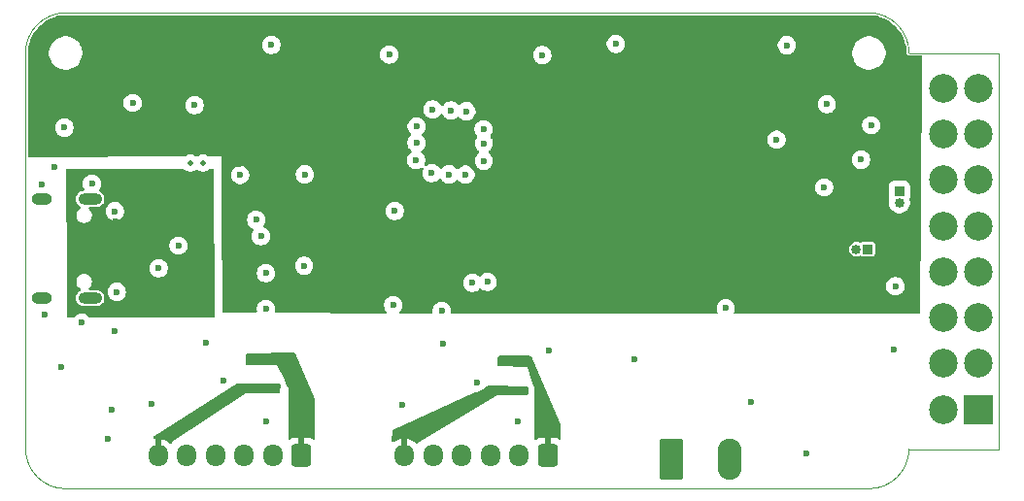
<source format=gbr>
%TF.GenerationSoftware,KiCad,Pcbnew,9.0.2-rc1-202504292220~4c561b3193~ubuntu24.04.1*%
%TF.CreationDate,2025-05-13T23:41:49-03:00*%
%TF.ProjectId,hardware,68617264-7761-4726-952e-6b696361645f,rev?*%
%TF.SameCoordinates,Original*%
%TF.FileFunction,Copper,L3,Inr*%
%TF.FilePolarity,Positive*%
%FSLAX46Y46*%
G04 Gerber Fmt 4.6, Leading zero omitted, Abs format (unit mm)*
G04 Created by KiCad (PCBNEW 9.0.2-rc1-202504292220~4c561b3193~ubuntu24.04.1) date 2025-05-13 23:41:49*
%MOMM*%
%LPD*%
G01*
G04 APERTURE LIST*
G04 Aperture macros list*
%AMRoundRect*
0 Rectangle with rounded corners*
0 $1 Rounding radius*
0 $2 $3 $4 $5 $6 $7 $8 $9 X,Y pos of 4 corners*
0 Add a 4 corners polygon primitive as box body*
4,1,4,$2,$3,$4,$5,$6,$7,$8,$9,$2,$3,0*
0 Add four circle primitives for the rounded corners*
1,1,$1+$1,$2,$3*
1,1,$1+$1,$4,$5*
1,1,$1+$1,$6,$7*
1,1,$1+$1,$8,$9*
0 Add four rect primitives between the rounded corners*
20,1,$1+$1,$2,$3,$4,$5,0*
20,1,$1+$1,$4,$5,$6,$7,0*
20,1,$1+$1,$6,$7,$8,$9,0*
20,1,$1+$1,$8,$9,$2,$3,0*%
G04 Aperture macros list end*
%TA.AperFunction,ComponentPad*%
%ADD10R,2.500000X2.500000*%
%TD*%
%TA.AperFunction,ComponentPad*%
%ADD11C,2.500000*%
%TD*%
%TA.AperFunction,ComponentPad*%
%ADD12RoundRect,0.250000X0.600000X0.725000X-0.600000X0.725000X-0.600000X-0.725000X0.600000X-0.725000X0*%
%TD*%
%TA.AperFunction,ComponentPad*%
%ADD13O,1.700000X1.950000*%
%TD*%
%TA.AperFunction,HeatsinkPad*%
%ADD14C,0.500000*%
%TD*%
%TA.AperFunction,ComponentPad*%
%ADD15O,2.100000X1.000000*%
%TD*%
%TA.AperFunction,ComponentPad*%
%ADD16O,1.800000X1.000000*%
%TD*%
%TA.AperFunction,ComponentPad*%
%ADD17R,0.850000X0.850000*%
%TD*%
%TA.AperFunction,ComponentPad*%
%ADD18O,0.850000X0.850000*%
%TD*%
%TA.AperFunction,ComponentPad*%
%ADD19RoundRect,0.249999X-0.790001X-1.550001X0.790001X-1.550001X0.790001X1.550001X-0.790001X1.550001X0*%
%TD*%
%TA.AperFunction,ComponentPad*%
%ADD20O,2.080000X3.600000*%
%TD*%
%TA.AperFunction,ViaPad*%
%ADD21C,0.600000*%
%TD*%
%TA.AperFunction,Profile*%
%ADD22C,0.050000*%
%TD*%
G04 APERTURE END LIST*
D10*
%TO.N,unconnected-(J3-Pad1)*%
%TO.C,J3*%
X129525000Y-73075000D03*
D11*
%TO.N,unconnected-(J3-Pad2)*%
X129525000Y-69075000D03*
%TO.N,unconnected-(J3-Pad3)*%
X129525000Y-65075000D03*
%TO.N,unconnected-(J3-Pad4)*%
X129525000Y-61075000D03*
%TO.N,GND*%
X129525000Y-57075000D03*
%TO.N,/CANH*%
X129525000Y-53075000D03*
%TO.N,unconnected-(J3-Pad7)*%
X129525000Y-49075000D03*
%TO.N,unconnected-(J3-Pad8)*%
X129525000Y-45075000D03*
%TO.N,unconnected-(J3-Pad9)*%
X126525000Y-73075000D03*
%TO.N,unconnected-(J3-Pad10)*%
X126525000Y-69075000D03*
%TO.N,unconnected-(J3-Pad11)*%
X126525000Y-65075000D03*
%TO.N,unconnected-(J3-Pad12)*%
X126525000Y-61075000D03*
%TO.N,unconnected-(J3-Pad13)*%
X126525000Y-57075000D03*
%TO.N,/CANL*%
X126525000Y-53075000D03*
%TO.N,unconnected-(J3-Pad15)*%
X126525000Y-49075000D03*
%TO.N,unconnected-(J3-Pad16)*%
X126525000Y-45075000D03*
%TD*%
D12*
%TO.N,/MotorA-*%
%TO.C,J4*%
X70550000Y-77067500D03*
D13*
%TO.N,/3.3V*%
X68050000Y-77067500D03*
%TO.N,/PulseA_01*%
X65550000Y-77067500D03*
%TO.N,/PulseA_02*%
X63050000Y-77067500D03*
%TO.N,GND*%
X60550000Y-77067500D03*
%TO.N,/MotorA+*%
X58050000Y-77067500D03*
%TD*%
D14*
%TO.N,GND*%
%TO.C,U4*%
X61950000Y-51600000D03*
X60850000Y-51600000D03*
%TD*%
D15*
%TO.N,GND*%
%TO.C,J1*%
X52125000Y-54720000D03*
D16*
X47925000Y-54720000D03*
D15*
X52125000Y-63360000D03*
D16*
X47925000Y-63360000D03*
%TD*%
D12*
%TO.N,/MotorB-*%
%TO.C,J6*%
X92000000Y-77067500D03*
D13*
%TO.N,/3.3V*%
X89500000Y-77067500D03*
%TO.N,/PulseB_01*%
X87000000Y-77067500D03*
%TO.N,/PulseB_02*%
X84500000Y-77067500D03*
%TO.N,GND*%
X82000000Y-77067500D03*
%TO.N,/MotorB+*%
X79500000Y-77067500D03*
%TD*%
D17*
%TO.N,/CANH*%
%TO.C,J5*%
X122650000Y-54040000D03*
D18*
%TO.N,/CANL*%
X122650000Y-55040000D03*
%TD*%
D17*
%TO.N,Net-(J2-Pin_1)*%
%TO.C,J2*%
X119900000Y-59100000D03*
D18*
%TO.N,/CANL*%
X118900000Y-59100000D03*
%TD*%
D19*
%TO.N,GND*%
%TO.C,J8*%
X102760000Y-77422500D03*
D20*
%TO.N,/V_Motor*%
X107840000Y-77422500D03*
%TD*%
D21*
%TO.N,GND*%
X67460000Y-74090000D03*
%TO.N,/PWM_B1*%
X82780000Y-64470000D03*
X78540000Y-63970000D03*
%TO.N,GND*%
X92080000Y-67910000D03*
%TO.N,/PWM_A1*%
X67440000Y-61195000D03*
X67450000Y-64310000D03*
%TO.N,/PulseA_01*%
X67010000Y-57975000D03*
%TO.N,/PulseA_02*%
X66600000Y-56550000D03*
%TO.N,GND*%
X62240000Y-67290000D03*
%TO.N,/MotorA-*%
X68270000Y-68710000D03*
%TO.N,/MotorA+*%
X68310000Y-71260000D03*
%TO.N,/MotorB+*%
X89930000Y-71390000D03*
%TO.N,/MotorB-*%
X90200000Y-68850000D03*
%TO.N,GND*%
X63782500Y-70607500D03*
X57482500Y-72567500D03*
X85805000Y-70745000D03*
%TO.N,/PulseB_01*%
X86760000Y-61960000D03*
%TO.N,/PulseB_02*%
X85440000Y-62030000D03*
%TO.N,GND*%
X99600000Y-68740000D03*
X89420000Y-74160000D03*
X79310000Y-72720000D03*
X82890000Y-67330000D03*
X114530000Y-76880000D03*
X59825000Y-58800000D03*
X65200000Y-52625000D03*
X86440000Y-51400000D03*
X122300000Y-62340000D03*
X84840000Y-52610000D03*
X111950000Y-49560000D03*
X78190000Y-42130000D03*
X80530000Y-51340000D03*
X86440000Y-49870000D03*
X70830000Y-52580000D03*
X48190000Y-64780000D03*
X54260000Y-66247500D03*
X54450000Y-62825000D03*
X122160000Y-67860000D03*
X116100000Y-53720000D03*
X49890000Y-48510000D03*
X119310000Y-51300000D03*
X52280302Y-53387676D03*
X49030000Y-51920000D03*
X47930000Y-53480000D03*
X53640000Y-75670000D03*
X83590000Y-47010000D03*
X51390556Y-65512763D03*
X84920000Y-47080000D03*
X83420000Y-52580000D03*
X49575000Y-69405000D03*
X61230000Y-46550000D03*
X97950000Y-41200000D03*
X55840000Y-46350000D03*
X67930000Y-41290000D03*
X81900000Y-52480000D03*
X91530000Y-42180000D03*
X109720000Y-72440000D03*
X58110000Y-60760000D03*
X81990000Y-46930000D03*
X112850000Y-41320000D03*
X80570000Y-49830000D03*
X116330000Y-46470000D03*
X53980000Y-73120000D03*
X107520000Y-64250000D03*
X120200000Y-48300000D03*
X54300000Y-55800000D03*
X86420000Y-48640000D03*
X80590000Y-48390000D03*
%TO.N,/5V*%
X62510000Y-54430000D03*
X60998739Y-60646382D03*
X61800000Y-58800000D03*
X54475000Y-61425000D03*
X54325000Y-56650000D03*
X60725000Y-54475000D03*
%TO.N,/3.3V*%
X69220000Y-52415000D03*
X107560300Y-62173766D03*
X115940000Y-55090000D03*
X62960000Y-49540000D03*
X96180000Y-60740000D03*
X65075000Y-51675000D03*
X68070000Y-46670000D03*
X68070000Y-43460000D03*
X73150000Y-44640000D03*
%TO.N,/GPIO0*%
X70780000Y-60550000D03*
X78670000Y-55770000D03*
%TD*%
%TA.AperFunction,Conductor*%
%TO.N,/5V*%
G36*
X60279309Y-52094685D02*
G01*
X60299951Y-52111319D01*
X60371580Y-52182948D01*
X60371584Y-52182951D01*
X60494498Y-52265080D01*
X60494511Y-52265087D01*
X60631082Y-52321656D01*
X60631087Y-52321658D01*
X60631091Y-52321658D01*
X60631092Y-52321659D01*
X60776079Y-52350500D01*
X60776082Y-52350500D01*
X60923920Y-52350500D01*
X61021462Y-52331096D01*
X61068913Y-52321658D01*
X61205495Y-52265084D01*
X61328416Y-52182951D01*
X61328417Y-52182949D01*
X61331109Y-52181151D01*
X61397786Y-52160273D01*
X61465166Y-52178757D01*
X61468891Y-52181151D01*
X61471582Y-52182949D01*
X61471584Y-52182951D01*
X61594505Y-52265084D01*
X61594507Y-52265085D01*
X61594511Y-52265087D01*
X61731082Y-52321656D01*
X61731087Y-52321658D01*
X61731091Y-52321658D01*
X61731092Y-52321659D01*
X61876079Y-52350500D01*
X61876082Y-52350500D01*
X62023920Y-52350500D01*
X62121462Y-52331096D01*
X62168913Y-52321658D01*
X62305495Y-52265084D01*
X62428416Y-52182951D01*
X62463878Y-52147489D01*
X62500049Y-52111319D01*
X62526976Y-52096615D01*
X62552795Y-52080023D01*
X62558995Y-52079131D01*
X62561372Y-52077834D01*
X62587730Y-52075000D01*
X62801380Y-52075000D01*
X62868419Y-52094685D01*
X62914174Y-52147489D01*
X62925379Y-52198619D01*
X62964617Y-64980327D01*
X62945139Y-65047427D01*
X62892475Y-65093344D01*
X62840328Y-65104708D01*
X52129924Y-65079683D01*
X52062931Y-65059842D01*
X52027112Y-65024574D01*
X52012345Y-65002473D01*
X51900848Y-64890976D01*
X51900844Y-64890973D01*
X51769741Y-64803372D01*
X51769728Y-64803365D01*
X51624057Y-64743027D01*
X51624045Y-64743024D01*
X51469401Y-64712263D01*
X51469398Y-64712263D01*
X51311714Y-64712263D01*
X51311711Y-64712263D01*
X51157066Y-64743024D01*
X51157054Y-64743027D01*
X51011383Y-64803365D01*
X51011370Y-64803372D01*
X50880268Y-64890972D01*
X50768764Y-65002477D01*
X50756303Y-65021126D01*
X50702689Y-65065929D01*
X50652913Y-65076232D01*
X50247761Y-65075286D01*
X50180768Y-65055445D01*
X50135137Y-65002534D01*
X50124055Y-64952243D01*
X50112338Y-63428995D01*
X50874499Y-63428995D01*
X50901418Y-63564322D01*
X50901421Y-63564332D01*
X50954221Y-63691804D01*
X50954228Y-63691817D01*
X51030885Y-63806541D01*
X51030888Y-63806545D01*
X51128454Y-63904111D01*
X51128458Y-63904114D01*
X51243182Y-63980771D01*
X51243195Y-63980778D01*
X51370667Y-64033578D01*
X51370672Y-64033580D01*
X51370676Y-64033580D01*
X51370677Y-64033581D01*
X51506004Y-64060500D01*
X51506007Y-64060500D01*
X52743995Y-64060500D01*
X52835041Y-64042389D01*
X52879328Y-64033580D01*
X53006811Y-63980775D01*
X53121542Y-63904114D01*
X53219114Y-63806542D01*
X53295775Y-63691811D01*
X53348580Y-63564328D01*
X53375500Y-63428993D01*
X53375500Y-63291007D01*
X53375500Y-63291004D01*
X53348581Y-63155677D01*
X53348580Y-63155676D01*
X53348580Y-63155672D01*
X53308326Y-63058489D01*
X53295778Y-63028195D01*
X53295771Y-63028182D01*
X53219114Y-62913458D01*
X53219111Y-62913454D01*
X53121545Y-62815888D01*
X53121541Y-62815885D01*
X53017181Y-62746153D01*
X53649500Y-62746153D01*
X53649500Y-62903846D01*
X53680261Y-63058489D01*
X53680264Y-63058501D01*
X53740602Y-63204172D01*
X53740609Y-63204185D01*
X53828210Y-63335288D01*
X53828213Y-63335292D01*
X53939707Y-63446786D01*
X53939711Y-63446789D01*
X54070814Y-63534390D01*
X54070827Y-63534397D01*
X54143098Y-63564332D01*
X54216503Y-63594737D01*
X54371153Y-63625499D01*
X54371156Y-63625500D01*
X54371158Y-63625500D01*
X54528844Y-63625500D01*
X54528845Y-63625499D01*
X54683497Y-63594737D01*
X54829179Y-63534394D01*
X54960289Y-63446789D01*
X55071789Y-63335289D01*
X55159394Y-63204179D01*
X55219737Y-63058497D01*
X55250500Y-62903842D01*
X55250500Y-62746158D01*
X55250500Y-62746155D01*
X55250499Y-62746153D01*
X55238617Y-62686418D01*
X55219737Y-62591503D01*
X55189724Y-62519044D01*
X55159397Y-62445827D01*
X55159390Y-62445814D01*
X55071789Y-62314711D01*
X55071786Y-62314707D01*
X54960292Y-62203213D01*
X54960288Y-62203210D01*
X54829185Y-62115609D01*
X54829172Y-62115602D01*
X54683501Y-62055264D01*
X54683489Y-62055261D01*
X54528845Y-62024500D01*
X54528842Y-62024500D01*
X54371158Y-62024500D01*
X54371155Y-62024500D01*
X54216510Y-62055261D01*
X54216498Y-62055264D01*
X54070827Y-62115602D01*
X54070814Y-62115609D01*
X53939711Y-62203210D01*
X53939707Y-62203213D01*
X53828213Y-62314707D01*
X53828210Y-62314711D01*
X53740609Y-62445814D01*
X53740602Y-62445827D01*
X53680264Y-62591498D01*
X53680261Y-62591510D01*
X53649500Y-62746153D01*
X53017181Y-62746153D01*
X53006817Y-62739228D01*
X53006804Y-62739221D01*
X52879332Y-62686421D01*
X52879322Y-62686418D01*
X52743995Y-62659500D01*
X52743993Y-62659500D01*
X52130164Y-62659500D01*
X52063125Y-62639815D01*
X52017370Y-62587011D01*
X52007426Y-62517853D01*
X52036451Y-62454297D01*
X52042483Y-62447819D01*
X52129692Y-62360609D01*
X52129695Y-62360606D01*
X52203620Y-62249969D01*
X52254540Y-62127036D01*
X52268817Y-62055263D01*
X52280500Y-61996533D01*
X52280500Y-61863466D01*
X52254541Y-61732969D01*
X52254540Y-61732968D01*
X52254540Y-61732964D01*
X52203620Y-61610031D01*
X52149969Y-61529737D01*
X52129698Y-61499398D01*
X52129692Y-61499390D01*
X52035609Y-61405307D01*
X52035601Y-61405301D01*
X51924979Y-61331386D01*
X51924972Y-61331382D01*
X51924969Y-61331380D01*
X51924965Y-61331378D01*
X51924961Y-61331376D01*
X51802040Y-61280461D01*
X51802030Y-61280458D01*
X51671533Y-61254500D01*
X51671531Y-61254500D01*
X51538469Y-61254500D01*
X51538467Y-61254500D01*
X51407969Y-61280458D01*
X51407959Y-61280461D01*
X51285038Y-61331376D01*
X51285020Y-61331386D01*
X51174398Y-61405301D01*
X51174390Y-61405307D01*
X51080307Y-61499390D01*
X51080301Y-61499398D01*
X51006386Y-61610020D01*
X51006376Y-61610038D01*
X50955461Y-61732959D01*
X50955458Y-61732969D01*
X50929500Y-61863466D01*
X50929500Y-61863469D01*
X50929500Y-61996531D01*
X50929500Y-61996533D01*
X50929499Y-61996533D01*
X50955458Y-62127030D01*
X50955461Y-62127040D01*
X51006376Y-62249961D01*
X51006386Y-62249979D01*
X51080301Y-62360601D01*
X51080307Y-62360609D01*
X51174391Y-62454693D01*
X51174394Y-62454695D01*
X51270700Y-62519044D01*
X51315506Y-62572657D01*
X51324213Y-62641981D01*
X51294059Y-62705009D01*
X51249270Y-62736705D01*
X51243196Y-62739221D01*
X51243182Y-62739228D01*
X51128458Y-62815885D01*
X51128454Y-62815888D01*
X51030888Y-62913454D01*
X51030885Y-62913458D01*
X50954228Y-63028182D01*
X50954221Y-63028195D01*
X50901421Y-63155667D01*
X50901418Y-63155677D01*
X50874500Y-63291004D01*
X50874500Y-63291007D01*
X50874500Y-63428993D01*
X50874500Y-63428995D01*
X50874499Y-63428995D01*
X50112338Y-63428995D01*
X50091201Y-60681153D01*
X57309500Y-60681153D01*
X57309500Y-60838846D01*
X57340261Y-60993489D01*
X57340264Y-60993501D01*
X57400602Y-61139172D01*
X57400609Y-61139185D01*
X57488210Y-61270288D01*
X57488213Y-61270292D01*
X57599707Y-61381786D01*
X57599711Y-61381789D01*
X57730814Y-61469390D01*
X57730827Y-61469397D01*
X57876498Y-61529735D01*
X57876503Y-61529737D01*
X58031153Y-61560499D01*
X58031156Y-61560500D01*
X58031158Y-61560500D01*
X58188844Y-61560500D01*
X58188845Y-61560499D01*
X58343497Y-61529737D01*
X58489179Y-61469394D01*
X58620289Y-61381789D01*
X58731789Y-61270289D01*
X58819394Y-61139179D01*
X58879737Y-60993497D01*
X58910500Y-60838842D01*
X58910500Y-60681158D01*
X58910500Y-60681155D01*
X58910499Y-60681153D01*
X58879738Y-60526510D01*
X58879737Y-60526503D01*
X58879735Y-60526498D01*
X58819397Y-60380827D01*
X58819390Y-60380814D01*
X58731789Y-60249711D01*
X58731786Y-60249707D01*
X58620292Y-60138213D01*
X58620288Y-60138210D01*
X58489185Y-60050609D01*
X58489172Y-60050602D01*
X58343501Y-59990264D01*
X58343489Y-59990261D01*
X58188845Y-59959500D01*
X58188842Y-59959500D01*
X58031158Y-59959500D01*
X58031155Y-59959500D01*
X57876510Y-59990261D01*
X57876498Y-59990264D01*
X57730827Y-60050602D01*
X57730814Y-60050609D01*
X57599711Y-60138210D01*
X57599707Y-60138213D01*
X57488213Y-60249707D01*
X57488210Y-60249711D01*
X57400609Y-60380814D01*
X57400602Y-60380827D01*
X57340264Y-60526498D01*
X57340261Y-60526510D01*
X57309500Y-60681153D01*
X50091201Y-60681153D01*
X50076124Y-58721153D01*
X59024500Y-58721153D01*
X59024500Y-58878846D01*
X59055261Y-59033489D01*
X59055264Y-59033501D01*
X59115602Y-59179172D01*
X59115609Y-59179185D01*
X59203210Y-59310288D01*
X59203213Y-59310292D01*
X59314707Y-59421786D01*
X59314711Y-59421789D01*
X59445814Y-59509390D01*
X59445827Y-59509397D01*
X59591498Y-59569735D01*
X59591503Y-59569737D01*
X59746153Y-59600499D01*
X59746156Y-59600500D01*
X59746158Y-59600500D01*
X59903844Y-59600500D01*
X59903845Y-59600499D01*
X60058497Y-59569737D01*
X60204179Y-59509394D01*
X60335289Y-59421789D01*
X60446789Y-59310289D01*
X60534394Y-59179179D01*
X60594737Y-59033497D01*
X60625500Y-58878842D01*
X60625500Y-58721158D01*
X60625500Y-58721155D01*
X60625499Y-58721153D01*
X60594738Y-58566510D01*
X60594737Y-58566503D01*
X60594735Y-58566498D01*
X60534397Y-58420827D01*
X60534390Y-58420814D01*
X60446789Y-58289711D01*
X60446786Y-58289707D01*
X60335292Y-58178213D01*
X60335288Y-58178210D01*
X60204185Y-58090609D01*
X60204172Y-58090602D01*
X60058501Y-58030264D01*
X60058489Y-58030261D01*
X59903845Y-57999500D01*
X59903842Y-57999500D01*
X59746158Y-57999500D01*
X59746155Y-57999500D01*
X59591510Y-58030261D01*
X59591498Y-58030264D01*
X59445827Y-58090602D01*
X59445814Y-58090609D01*
X59314711Y-58178210D01*
X59314707Y-58178213D01*
X59203213Y-58289707D01*
X59203210Y-58289711D01*
X59115609Y-58420814D01*
X59115602Y-58420827D01*
X59055264Y-58566498D01*
X59055261Y-58566510D01*
X59024500Y-58721153D01*
X50076124Y-58721153D01*
X50045876Y-54788995D01*
X50874499Y-54788995D01*
X50901418Y-54924322D01*
X50901421Y-54924332D01*
X50954221Y-55051804D01*
X50954228Y-55051817D01*
X51030885Y-55166541D01*
X51030888Y-55166545D01*
X51128454Y-55264111D01*
X51128458Y-55264114D01*
X51243182Y-55340771D01*
X51243186Y-55340773D01*
X51243189Y-55340775D01*
X51249263Y-55343291D01*
X51303666Y-55387131D01*
X51325731Y-55453425D01*
X51308452Y-55521124D01*
X51270701Y-55560954D01*
X51174394Y-55625304D01*
X51174390Y-55625307D01*
X51080307Y-55719390D01*
X51080301Y-55719398D01*
X51006386Y-55830020D01*
X51006376Y-55830038D01*
X50955461Y-55952959D01*
X50955458Y-55952969D01*
X50929500Y-56083466D01*
X50929500Y-56083469D01*
X50929500Y-56216531D01*
X50929500Y-56216533D01*
X50929499Y-56216533D01*
X50955458Y-56347030D01*
X50955461Y-56347040D01*
X51006376Y-56469961D01*
X51006386Y-56469979D01*
X51080301Y-56580601D01*
X51080307Y-56580609D01*
X51174390Y-56674692D01*
X51174398Y-56674698D01*
X51285020Y-56748613D01*
X51285023Y-56748614D01*
X51285031Y-56748620D01*
X51407964Y-56799540D01*
X51407968Y-56799540D01*
X51407969Y-56799541D01*
X51538466Y-56825500D01*
X51538469Y-56825500D01*
X51671533Y-56825500D01*
X51759325Y-56808035D01*
X51802036Y-56799540D01*
X51924969Y-56748620D01*
X52035606Y-56674695D01*
X52129695Y-56580606D01*
X52203620Y-56469969D01*
X52254540Y-56347036D01*
X52280500Y-56216531D01*
X52280500Y-56083469D01*
X52280500Y-56083466D01*
X52254541Y-55952969D01*
X52254540Y-55952968D01*
X52254540Y-55952964D01*
X52203620Y-55830031D01*
X52130870Y-55721153D01*
X53499500Y-55721153D01*
X53499500Y-55878846D01*
X53530261Y-56033489D01*
X53530264Y-56033501D01*
X53590602Y-56179172D01*
X53590609Y-56179185D01*
X53678210Y-56310288D01*
X53678213Y-56310292D01*
X53789707Y-56421786D01*
X53789711Y-56421789D01*
X53920814Y-56509390D01*
X53920827Y-56509397D01*
X54066498Y-56569735D01*
X54066503Y-56569737D01*
X54221153Y-56600499D01*
X54221156Y-56600500D01*
X54221158Y-56600500D01*
X54378844Y-56600500D01*
X54378845Y-56600499D01*
X54533497Y-56569737D01*
X54679179Y-56509394D01*
X54810289Y-56421789D01*
X54921789Y-56310289D01*
X55009394Y-56179179D01*
X55069737Y-56033497D01*
X55100500Y-55878842D01*
X55100500Y-55721158D01*
X55100500Y-55721155D01*
X55100499Y-55721153D01*
X55081434Y-55625307D01*
X55069737Y-55566503D01*
X55042674Y-55501166D01*
X55009397Y-55420827D01*
X55009390Y-55420814D01*
X54921789Y-55289711D01*
X54921786Y-55289707D01*
X54810292Y-55178213D01*
X54810288Y-55178210D01*
X54679185Y-55090609D01*
X54679172Y-55090602D01*
X54533501Y-55030264D01*
X54533489Y-55030261D01*
X54378845Y-54999500D01*
X54378842Y-54999500D01*
X54221158Y-54999500D01*
X54221155Y-54999500D01*
X54066510Y-55030261D01*
X54066498Y-55030264D01*
X53920827Y-55090602D01*
X53920814Y-55090609D01*
X53789711Y-55178210D01*
X53789707Y-55178213D01*
X53678213Y-55289707D01*
X53678210Y-55289711D01*
X53590609Y-55420814D01*
X53590602Y-55420827D01*
X53530264Y-55566498D01*
X53530261Y-55566510D01*
X53499500Y-55721153D01*
X52130870Y-55721153D01*
X52129695Y-55719394D01*
X52039057Y-55628756D01*
X52035900Y-55625062D01*
X52023509Y-55597433D01*
X52008998Y-55570858D01*
X52009354Y-55565871D01*
X52007309Y-55561310D01*
X52011821Y-55531369D01*
X52013982Y-55501166D01*
X52016977Y-55497164D01*
X52017723Y-55492221D01*
X52037709Y-55469470D01*
X52055854Y-55445233D01*
X52060537Y-55443486D01*
X52063837Y-55439730D01*
X52092949Y-55431396D01*
X52121318Y-55420816D01*
X52130164Y-55420500D01*
X52743995Y-55420500D01*
X52835041Y-55402389D01*
X52879328Y-55393580D01*
X53006811Y-55340775D01*
X53121542Y-55264114D01*
X53219114Y-55166542D01*
X53295775Y-55051811D01*
X53348580Y-54924328D01*
X53375500Y-54788993D01*
X53375500Y-54651007D01*
X53375500Y-54651004D01*
X53348581Y-54515677D01*
X53348580Y-54515676D01*
X53348580Y-54515672D01*
X53348578Y-54515667D01*
X53295778Y-54388195D01*
X53295771Y-54388182D01*
X53219114Y-54273458D01*
X53219111Y-54273454D01*
X53121545Y-54175888D01*
X53121541Y-54175885D01*
X53006817Y-54099228D01*
X53006805Y-54099221D01*
X52959058Y-54079445D01*
X52904654Y-54035605D01*
X52882589Y-53969311D01*
X52899868Y-53901611D01*
X52903397Y-53896010D01*
X52989696Y-53766855D01*
X53050039Y-53621173D01*
X53080802Y-53466518D01*
X53080802Y-53308834D01*
X53080802Y-53308831D01*
X53080801Y-53308829D01*
X53050040Y-53154186D01*
X53050039Y-53154179D01*
X53050037Y-53154174D01*
X52989699Y-53008503D01*
X52989692Y-53008490D01*
X52902091Y-52877387D01*
X52902088Y-52877383D01*
X52790594Y-52765889D01*
X52790590Y-52765886D01*
X52659487Y-52678285D01*
X52659474Y-52678278D01*
X52513803Y-52617940D01*
X52513791Y-52617937D01*
X52359147Y-52587176D01*
X52359144Y-52587176D01*
X52201460Y-52587176D01*
X52201457Y-52587176D01*
X52046812Y-52617937D01*
X52046800Y-52617940D01*
X51901129Y-52678278D01*
X51901116Y-52678285D01*
X51770013Y-52765886D01*
X51770009Y-52765889D01*
X51658515Y-52877383D01*
X51658512Y-52877387D01*
X51570911Y-53008490D01*
X51570904Y-53008503D01*
X51510566Y-53154174D01*
X51510563Y-53154186D01*
X51479802Y-53308829D01*
X51479802Y-53466522D01*
X51510563Y-53621165D01*
X51510566Y-53621177D01*
X51570904Y-53766848D01*
X51570911Y-53766861D01*
X51610834Y-53826609D01*
X51631712Y-53893286D01*
X51613228Y-53960666D01*
X51561249Y-54007357D01*
X51512029Y-54018524D01*
X51512067Y-54018903D01*
X51509056Y-54019199D01*
X51507732Y-54019500D01*
X51506005Y-54019500D01*
X51370677Y-54046418D01*
X51370667Y-54046421D01*
X51243195Y-54099221D01*
X51243182Y-54099228D01*
X51128458Y-54175885D01*
X51128454Y-54175888D01*
X51030888Y-54273454D01*
X51030885Y-54273458D01*
X50954228Y-54388182D01*
X50954221Y-54388195D01*
X50901421Y-54515667D01*
X50901418Y-54515677D01*
X50874500Y-54651004D01*
X50874500Y-54651007D01*
X50874500Y-54788993D01*
X50874500Y-54788995D01*
X50874499Y-54788995D01*
X50045876Y-54788995D01*
X50043774Y-54515677D01*
X50031172Y-52877383D01*
X50025961Y-52199953D01*
X50045129Y-52132765D01*
X50097579Y-52086605D01*
X50149957Y-52075000D01*
X60212270Y-52075000D01*
X60279309Y-52094685D01*
G37*
%TD.AperFunction*%
%TD*%
%TA.AperFunction,Conductor*%
%TO.N,/3.3V*%
G36*
X120003243Y-38700669D02*
G01*
X120338405Y-38718235D01*
X120351313Y-38719592D01*
X120679587Y-38771585D01*
X120692270Y-38774280D01*
X121013332Y-38860309D01*
X121025665Y-38864316D01*
X121335971Y-38983432D01*
X121347807Y-38988701D01*
X121643977Y-39139607D01*
X121655191Y-39146083D01*
X121933943Y-39327106D01*
X121944444Y-39334735D01*
X122202749Y-39543907D01*
X122212394Y-39552592D01*
X122447407Y-39787605D01*
X122456092Y-39797250D01*
X122665264Y-40055555D01*
X122672893Y-40066056D01*
X122853913Y-40344802D01*
X122860395Y-40356029D01*
X123011293Y-40652182D01*
X123016571Y-40664037D01*
X123029689Y-40698210D01*
X123135681Y-40974329D01*
X123139692Y-40986673D01*
X123225717Y-41307723D01*
X123228415Y-41320419D01*
X123280407Y-41648686D01*
X123281764Y-41661594D01*
X123299330Y-41996756D01*
X123299500Y-42003246D01*
X123299500Y-42039883D01*
X123324879Y-42101153D01*
X123330024Y-42113574D01*
X123386426Y-42169976D01*
X123460118Y-42200500D01*
X123460120Y-42200500D01*
X124531840Y-42200500D01*
X124598879Y-42220185D01*
X124644634Y-42272989D01*
X124655836Y-42325444D01*
X124553395Y-55780264D01*
X124486079Y-64621853D01*
X124485937Y-64640444D01*
X124465743Y-64707332D01*
X124412592Y-64752683D01*
X124361941Y-64763500D01*
X108359336Y-64763500D01*
X108292297Y-64743815D01*
X108246542Y-64691011D01*
X108236598Y-64621853D01*
X108244775Y-64592048D01*
X108289735Y-64483501D01*
X108289737Y-64483497D01*
X108320500Y-64328842D01*
X108320500Y-64171158D01*
X108320500Y-64171155D01*
X108320499Y-64171153D01*
X108300499Y-64070606D01*
X108289737Y-64016503D01*
X108254244Y-63930814D01*
X108229397Y-63870827D01*
X108229390Y-63870814D01*
X108141789Y-63739711D01*
X108141786Y-63739707D01*
X108030292Y-63628213D01*
X108030288Y-63628210D01*
X107899185Y-63540609D01*
X107899172Y-63540602D01*
X107753501Y-63480264D01*
X107753489Y-63480261D01*
X107598845Y-63449500D01*
X107598842Y-63449500D01*
X107441158Y-63449500D01*
X107441155Y-63449500D01*
X107286510Y-63480261D01*
X107286498Y-63480264D01*
X107140827Y-63540602D01*
X107140814Y-63540609D01*
X107009711Y-63628210D01*
X107009707Y-63628213D01*
X106898213Y-63739707D01*
X106898210Y-63739711D01*
X106810609Y-63870814D01*
X106810602Y-63870827D01*
X106750264Y-64016498D01*
X106750261Y-64016510D01*
X106719500Y-64171153D01*
X106719500Y-64328846D01*
X106750261Y-64483489D01*
X106750264Y-64483501D01*
X106795225Y-64592048D01*
X106802694Y-64661518D01*
X106771418Y-64723997D01*
X106711329Y-64759648D01*
X106680664Y-64763500D01*
X83688896Y-64763500D01*
X83621857Y-64743815D01*
X83576102Y-64691011D01*
X83566158Y-64621853D01*
X83567279Y-64615308D01*
X83580500Y-64548844D01*
X83580500Y-64391155D01*
X83580499Y-64391153D01*
X83556400Y-64270000D01*
X83549737Y-64236503D01*
X83536062Y-64203489D01*
X83489397Y-64090827D01*
X83489390Y-64090814D01*
X83401789Y-63959711D01*
X83401786Y-63959707D01*
X83290292Y-63848213D01*
X83290288Y-63848210D01*
X83159185Y-63760609D01*
X83159172Y-63760602D01*
X83013501Y-63700264D01*
X83013489Y-63700261D01*
X82858845Y-63669500D01*
X82858842Y-63669500D01*
X82701158Y-63669500D01*
X82701155Y-63669500D01*
X82546510Y-63700261D01*
X82546498Y-63700264D01*
X82400827Y-63760602D01*
X82400814Y-63760609D01*
X82269711Y-63848210D01*
X82269707Y-63848213D01*
X82158213Y-63959707D01*
X82158210Y-63959711D01*
X82070609Y-64090814D01*
X82070602Y-64090827D01*
X82010264Y-64236498D01*
X82010261Y-64236510D01*
X81979500Y-64391153D01*
X81979500Y-64391158D01*
X81979500Y-64548842D01*
X81979500Y-64548844D01*
X81979499Y-64548844D01*
X81992721Y-64615308D01*
X81986494Y-64684899D01*
X81943632Y-64740077D01*
X81877742Y-64763322D01*
X81871104Y-64763500D01*
X79177941Y-64763500D01*
X79110902Y-64743815D01*
X79065147Y-64691011D01*
X79055203Y-64621853D01*
X79084228Y-64558297D01*
X79090260Y-64551819D01*
X79161786Y-64480292D01*
X79161789Y-64480289D01*
X79249394Y-64349179D01*
X79309737Y-64203497D01*
X79340500Y-64048842D01*
X79340500Y-63891158D01*
X79340500Y-63891155D01*
X79340499Y-63891153D01*
X79314531Y-63760606D01*
X79309737Y-63736503D01*
X79309735Y-63736498D01*
X79249397Y-63590827D01*
X79249390Y-63590814D01*
X79161789Y-63459711D01*
X79161786Y-63459707D01*
X79050292Y-63348213D01*
X79050288Y-63348210D01*
X78919185Y-63260609D01*
X78919172Y-63260602D01*
X78773501Y-63200264D01*
X78773489Y-63200261D01*
X78618845Y-63169500D01*
X78618842Y-63169500D01*
X78461158Y-63169500D01*
X78461155Y-63169500D01*
X78306510Y-63200261D01*
X78306498Y-63200264D01*
X78160827Y-63260602D01*
X78160814Y-63260609D01*
X78029711Y-63348210D01*
X78029707Y-63348213D01*
X77918213Y-63459707D01*
X77918210Y-63459711D01*
X77830609Y-63590814D01*
X77830602Y-63590827D01*
X77770264Y-63736498D01*
X77770261Y-63736510D01*
X77739500Y-63891153D01*
X77739500Y-64048846D01*
X77770261Y-64203489D01*
X77770264Y-64203501D01*
X77830602Y-64349172D01*
X77830609Y-64349185D01*
X77918210Y-64480288D01*
X77918213Y-64480292D01*
X77984093Y-64546172D01*
X78017578Y-64607495D01*
X78012594Y-64677187D01*
X77970722Y-64733120D01*
X77905258Y-64757537D01*
X77895213Y-64757847D01*
X68345357Y-64665532D01*
X68278511Y-64645201D01*
X68233269Y-64591957D01*
X68223994Y-64522705D01*
X68224939Y-64517346D01*
X68250500Y-64388844D01*
X68250500Y-64231155D01*
X68250499Y-64231153D01*
X68238565Y-64171158D01*
X68219737Y-64076503D01*
X68217294Y-64070606D01*
X68159397Y-63930827D01*
X68159390Y-63930814D01*
X68071789Y-63799711D01*
X68071786Y-63799707D01*
X67960292Y-63688213D01*
X67960288Y-63688210D01*
X67829185Y-63600609D01*
X67829172Y-63600602D01*
X67683501Y-63540264D01*
X67683489Y-63540261D01*
X67528845Y-63509500D01*
X67528842Y-63509500D01*
X67371158Y-63509500D01*
X67371155Y-63509500D01*
X67216510Y-63540261D01*
X67216498Y-63540264D01*
X67070827Y-63600602D01*
X67070814Y-63600609D01*
X66939711Y-63688210D01*
X66939707Y-63688213D01*
X66828213Y-63799707D01*
X66828210Y-63799711D01*
X66740609Y-63930814D01*
X66740602Y-63930827D01*
X66680264Y-64076498D01*
X66680261Y-64076510D01*
X66649500Y-64231153D01*
X66649500Y-64388846D01*
X66671606Y-64499981D01*
X66665379Y-64569573D01*
X66622516Y-64624750D01*
X66556626Y-64647994D01*
X66548790Y-64648166D01*
X63766882Y-64621274D01*
X63700036Y-64600943D01*
X63654794Y-64547699D01*
X63644396Y-64488448D01*
X63660000Y-64270000D01*
X63658436Y-64076510D01*
X63650624Y-63109735D01*
X63634514Y-61116153D01*
X66639500Y-61116153D01*
X66639500Y-61273846D01*
X66670261Y-61428489D01*
X66670264Y-61428501D01*
X66730602Y-61574172D01*
X66730609Y-61574185D01*
X66818210Y-61705288D01*
X66818213Y-61705292D01*
X66929707Y-61816786D01*
X66929711Y-61816789D01*
X67060814Y-61904390D01*
X67060827Y-61904397D01*
X67173708Y-61951153D01*
X67206503Y-61964737D01*
X67361153Y-61995499D01*
X67361156Y-61995500D01*
X67361158Y-61995500D01*
X67518844Y-61995500D01*
X67518845Y-61995499D01*
X67673497Y-61964737D01*
X67706292Y-61951153D01*
X84639500Y-61951153D01*
X84639500Y-62108846D01*
X84670261Y-62263489D01*
X84670264Y-62263501D01*
X84730602Y-62409172D01*
X84730609Y-62409185D01*
X84818210Y-62540288D01*
X84818213Y-62540292D01*
X84929707Y-62651786D01*
X84929711Y-62651789D01*
X85060814Y-62739390D01*
X85060827Y-62739397D01*
X85206498Y-62799735D01*
X85206503Y-62799737D01*
X85361153Y-62830499D01*
X85361156Y-62830500D01*
X85361158Y-62830500D01*
X85518844Y-62830500D01*
X85518845Y-62830499D01*
X85673497Y-62799737D01*
X85819179Y-62739394D01*
X85950289Y-62651789D01*
X85996578Y-62605500D01*
X86047319Y-62554760D01*
X86108642Y-62521275D01*
X86178334Y-62526259D01*
X86222681Y-62554760D01*
X86249707Y-62581786D01*
X86249711Y-62581789D01*
X86380814Y-62669390D01*
X86380827Y-62669397D01*
X86501028Y-62719185D01*
X86526503Y-62729737D01*
X86681153Y-62760499D01*
X86681156Y-62760500D01*
X86681158Y-62760500D01*
X86838844Y-62760500D01*
X86838845Y-62760499D01*
X86993497Y-62729737D01*
X87139179Y-62669394D01*
X87270289Y-62581789D01*
X87381789Y-62470289D01*
X87469394Y-62339179D01*
X87501711Y-62261158D01*
X87501713Y-62261153D01*
X121499500Y-62261153D01*
X121499500Y-62418846D01*
X121530261Y-62573489D01*
X121530264Y-62573501D01*
X121590602Y-62719172D01*
X121590609Y-62719185D01*
X121678210Y-62850288D01*
X121678213Y-62850292D01*
X121789707Y-62961786D01*
X121789711Y-62961789D01*
X121920814Y-63049390D01*
X121920827Y-63049397D01*
X122066498Y-63109735D01*
X122066503Y-63109737D01*
X122221153Y-63140499D01*
X122221156Y-63140500D01*
X122221158Y-63140500D01*
X122378844Y-63140500D01*
X122378845Y-63140499D01*
X122533497Y-63109737D01*
X122679179Y-63049394D01*
X122810289Y-62961789D01*
X122921789Y-62850289D01*
X123009394Y-62719179D01*
X123069737Y-62573497D01*
X123100500Y-62418842D01*
X123100500Y-62261158D01*
X123100500Y-62261155D01*
X123100499Y-62261153D01*
X123089849Y-62207614D01*
X123069737Y-62106503D01*
X123041711Y-62038842D01*
X123009397Y-61960827D01*
X123009390Y-61960814D01*
X122921789Y-61829711D01*
X122921786Y-61829707D01*
X122810292Y-61718213D01*
X122810288Y-61718210D01*
X122679185Y-61630609D01*
X122679172Y-61630602D01*
X122533501Y-61570264D01*
X122533489Y-61570261D01*
X122378845Y-61539500D01*
X122378842Y-61539500D01*
X122221158Y-61539500D01*
X122221155Y-61539500D01*
X122066510Y-61570261D01*
X122066498Y-61570264D01*
X121920827Y-61630602D01*
X121920814Y-61630609D01*
X121789711Y-61718210D01*
X121789707Y-61718213D01*
X121678213Y-61829707D01*
X121678210Y-61829711D01*
X121590609Y-61960814D01*
X121590602Y-61960827D01*
X121530264Y-62106498D01*
X121530261Y-62106510D01*
X121499500Y-62261153D01*
X87501713Y-62261153D01*
X87523887Y-62207621D01*
X87523887Y-62207618D01*
X87529737Y-62193497D01*
X87560500Y-62038842D01*
X87560500Y-61881158D01*
X87560500Y-61881155D01*
X87560499Y-61881153D01*
X87547696Y-61816789D01*
X87529737Y-61726503D01*
X87501568Y-61658497D01*
X87469397Y-61580827D01*
X87469390Y-61580814D01*
X87381789Y-61449711D01*
X87381786Y-61449707D01*
X87270292Y-61338213D01*
X87270288Y-61338210D01*
X87139185Y-61250609D01*
X87139172Y-61250602D01*
X86993501Y-61190264D01*
X86993489Y-61190261D01*
X86838845Y-61159500D01*
X86838842Y-61159500D01*
X86681158Y-61159500D01*
X86681155Y-61159500D01*
X86526510Y-61190261D01*
X86526498Y-61190264D01*
X86380827Y-61250602D01*
X86380814Y-61250609D01*
X86249711Y-61338210D01*
X86249707Y-61338213D01*
X86152681Y-61435240D01*
X86091358Y-61468725D01*
X86021666Y-61463741D01*
X85977319Y-61435240D01*
X85950292Y-61408213D01*
X85950288Y-61408210D01*
X85819185Y-61320609D01*
X85819172Y-61320602D01*
X85673501Y-61260264D01*
X85673489Y-61260261D01*
X85518845Y-61229500D01*
X85518842Y-61229500D01*
X85361158Y-61229500D01*
X85361155Y-61229500D01*
X85206510Y-61260261D01*
X85206498Y-61260264D01*
X85060827Y-61320602D01*
X85060814Y-61320609D01*
X84929711Y-61408210D01*
X84929707Y-61408213D01*
X84818213Y-61519707D01*
X84818210Y-61519711D01*
X84730609Y-61650814D01*
X84730602Y-61650827D01*
X84670264Y-61796498D01*
X84670261Y-61796510D01*
X84639500Y-61951153D01*
X67706292Y-61951153D01*
X67819179Y-61904394D01*
X67880428Y-61863469D01*
X67912613Y-61841964D01*
X67931521Y-61829328D01*
X67950289Y-61816789D01*
X68061789Y-61705289D01*
X68149394Y-61574179D01*
X68209737Y-61428497D01*
X68240500Y-61273842D01*
X68240500Y-61116158D01*
X68240500Y-61116155D01*
X68240499Y-61116153D01*
X68209738Y-60961510D01*
X68209737Y-60961503D01*
X68190355Y-60914711D01*
X68149397Y-60815827D01*
X68149390Y-60815814D01*
X68061789Y-60684711D01*
X68061786Y-60684707D01*
X67950292Y-60573213D01*
X67950284Y-60573207D01*
X67942792Y-60568201D01*
X67942742Y-60568168D01*
X67819185Y-60485609D01*
X67819172Y-60485602D01*
X67784289Y-60471153D01*
X69979500Y-60471153D01*
X69979500Y-60628846D01*
X70010261Y-60783489D01*
X70010264Y-60783501D01*
X70070602Y-60929172D01*
X70070609Y-60929185D01*
X70158210Y-61060288D01*
X70158213Y-61060292D01*
X70269707Y-61171786D01*
X70269711Y-61171789D01*
X70400814Y-61259390D01*
X70400827Y-61259397D01*
X70546498Y-61319735D01*
X70546503Y-61319737D01*
X70701153Y-61350499D01*
X70701156Y-61350500D01*
X70701158Y-61350500D01*
X70858844Y-61350500D01*
X70858845Y-61350499D01*
X71013497Y-61319737D01*
X71159179Y-61259394D01*
X71290289Y-61171789D01*
X71401789Y-61060289D01*
X71489394Y-60929179D01*
X71549737Y-60783497D01*
X71580500Y-60628842D01*
X71580500Y-60471158D01*
X71580500Y-60471155D01*
X71580499Y-60471153D01*
X71568909Y-60412885D01*
X71549737Y-60316503D01*
X71549735Y-60316498D01*
X71489397Y-60170827D01*
X71489390Y-60170814D01*
X71401789Y-60039711D01*
X71401786Y-60039707D01*
X71290292Y-59928213D01*
X71290288Y-59928210D01*
X71159185Y-59840609D01*
X71159172Y-59840602D01*
X71013501Y-59780264D01*
X71013489Y-59780261D01*
X70858845Y-59749500D01*
X70858842Y-59749500D01*
X70701158Y-59749500D01*
X70701155Y-59749500D01*
X70546510Y-59780261D01*
X70546498Y-59780264D01*
X70400827Y-59840602D01*
X70400814Y-59840609D01*
X70269711Y-59928210D01*
X70269707Y-59928213D01*
X70158213Y-60039707D01*
X70158210Y-60039711D01*
X70070609Y-60170814D01*
X70070602Y-60170827D01*
X70010264Y-60316498D01*
X70010261Y-60316510D01*
X69979500Y-60471153D01*
X67784289Y-60471153D01*
X67673501Y-60425264D01*
X67673489Y-60425261D01*
X67518845Y-60394500D01*
X67518842Y-60394500D01*
X67361158Y-60394500D01*
X67361155Y-60394500D01*
X67206510Y-60425261D01*
X67206498Y-60425264D01*
X67060827Y-60485602D01*
X67060814Y-60485609D01*
X66929711Y-60573210D01*
X66929707Y-60573213D01*
X66818213Y-60684707D01*
X66818210Y-60684711D01*
X66730609Y-60815814D01*
X66730602Y-60815827D01*
X66670264Y-60961498D01*
X66670261Y-60961510D01*
X66639500Y-61116153D01*
X63634514Y-61116153D01*
X63617724Y-59038389D01*
X118274500Y-59038389D01*
X118274500Y-59161610D01*
X118298535Y-59282444D01*
X118298538Y-59282454D01*
X118345687Y-59396283D01*
X118345692Y-59396292D01*
X118414141Y-59498732D01*
X118414144Y-59498736D01*
X118501263Y-59585855D01*
X118501267Y-59585858D01*
X118603707Y-59654307D01*
X118603713Y-59654310D01*
X118603714Y-59654311D01*
X118717548Y-59701463D01*
X118838389Y-59725499D01*
X118838393Y-59725500D01*
X118838394Y-59725500D01*
X118961607Y-59725500D01*
X118961608Y-59725499D01*
X119082452Y-59701463D01*
X119196286Y-59654311D01*
X119196285Y-59654311D01*
X119201914Y-59651980D01*
X119202805Y-59654132D01*
X119261074Y-59641997D01*
X119319272Y-59664294D01*
X119320293Y-59662767D01*
X119396769Y-59713867D01*
X119396770Y-59713868D01*
X119455247Y-59725499D01*
X119455250Y-59725500D01*
X119455252Y-59725500D01*
X120344750Y-59725500D01*
X120344751Y-59725499D01*
X120359568Y-59722552D01*
X120403229Y-59713868D01*
X120403229Y-59713867D01*
X120403231Y-59713867D01*
X120469552Y-59669552D01*
X120513867Y-59603231D01*
X120513867Y-59603229D01*
X120513868Y-59603229D01*
X120525499Y-59544752D01*
X120525500Y-59544750D01*
X120525500Y-58655249D01*
X120525499Y-58655247D01*
X120513868Y-58596770D01*
X120513867Y-58596769D01*
X120469552Y-58530447D01*
X120403230Y-58486132D01*
X120403229Y-58486131D01*
X120344752Y-58474500D01*
X120344748Y-58474500D01*
X119455252Y-58474500D01*
X119455247Y-58474500D01*
X119396770Y-58486131D01*
X119396769Y-58486132D01*
X119320293Y-58537233D01*
X119317837Y-58533558D01*
X119277265Y-58555616D01*
X119207583Y-58550502D01*
X119201942Y-58547951D01*
X119201914Y-58548020D01*
X119082454Y-58498538D01*
X119082455Y-58498538D01*
X119082452Y-58498537D01*
X119082448Y-58498536D01*
X119082444Y-58498535D01*
X118961610Y-58474500D01*
X118961606Y-58474500D01*
X118838394Y-58474500D01*
X118838389Y-58474500D01*
X118717555Y-58498535D01*
X118717545Y-58498538D01*
X118603716Y-58545687D01*
X118603707Y-58545692D01*
X118501267Y-58614141D01*
X118501263Y-58614144D01*
X118414144Y-58701263D01*
X118414141Y-58701267D01*
X118345692Y-58803707D01*
X118345687Y-58803716D01*
X118298538Y-58917545D01*
X118298535Y-58917555D01*
X118274500Y-59038389D01*
X63617724Y-59038389D01*
X63596979Y-56471153D01*
X65799500Y-56471153D01*
X65799500Y-56628846D01*
X65830261Y-56783489D01*
X65830264Y-56783501D01*
X65890602Y-56929172D01*
X65890609Y-56929185D01*
X65978210Y-57060288D01*
X65978213Y-57060292D01*
X66089707Y-57171786D01*
X66089711Y-57171789D01*
X66220814Y-57259390D01*
X66220818Y-57259392D01*
X66220821Y-57259394D01*
X66319784Y-57300385D01*
X66374184Y-57344224D01*
X66396250Y-57410518D01*
X66378971Y-57478217D01*
X66375431Y-57483836D01*
X66300609Y-57595814D01*
X66300602Y-57595827D01*
X66240264Y-57741498D01*
X66240261Y-57741510D01*
X66209500Y-57896153D01*
X66209500Y-58053846D01*
X66240261Y-58208489D01*
X66240264Y-58208501D01*
X66300602Y-58354172D01*
X66300609Y-58354185D01*
X66388210Y-58485288D01*
X66388213Y-58485292D01*
X66499707Y-58596786D01*
X66499711Y-58596789D01*
X66630814Y-58684390D01*
X66630827Y-58684397D01*
X66776498Y-58744735D01*
X66776503Y-58744737D01*
X66931153Y-58775499D01*
X66931156Y-58775500D01*
X66931158Y-58775500D01*
X67088844Y-58775500D01*
X67088845Y-58775499D01*
X67243497Y-58744737D01*
X67389179Y-58684394D01*
X67520289Y-58596789D01*
X67631789Y-58485289D01*
X67719394Y-58354179D01*
X67779737Y-58208497D01*
X67810500Y-58053842D01*
X67810500Y-57896158D01*
X67810500Y-57896155D01*
X67810499Y-57896153D01*
X67779738Y-57741510D01*
X67779737Y-57741503D01*
X67779735Y-57741498D01*
X67719397Y-57595827D01*
X67719390Y-57595814D01*
X67631789Y-57464711D01*
X67631786Y-57464707D01*
X67520292Y-57353213D01*
X67520288Y-57353210D01*
X67389185Y-57265609D01*
X67389172Y-57265602D01*
X67290218Y-57224615D01*
X67235814Y-57180775D01*
X67213749Y-57114480D01*
X67231028Y-57046781D01*
X67234547Y-57041195D01*
X67309394Y-56929179D01*
X67369737Y-56783497D01*
X67400500Y-56628842D01*
X67400500Y-56471158D01*
X67400500Y-56471155D01*
X67400499Y-56471153D01*
X67369738Y-56316510D01*
X67369737Y-56316503D01*
X67354737Y-56280289D01*
X67309397Y-56170827D01*
X67309390Y-56170814D01*
X67221789Y-56039711D01*
X67221786Y-56039707D01*
X67110292Y-55928213D01*
X67110288Y-55928210D01*
X66979185Y-55840609D01*
X66979172Y-55840602D01*
X66880247Y-55799627D01*
X66833501Y-55780264D01*
X66833489Y-55780261D01*
X66678845Y-55749500D01*
X66678842Y-55749500D01*
X66521158Y-55749500D01*
X66521155Y-55749500D01*
X66366510Y-55780261D01*
X66366498Y-55780264D01*
X66220827Y-55840602D01*
X66220814Y-55840609D01*
X66089711Y-55928210D01*
X66089707Y-55928213D01*
X65978213Y-56039707D01*
X65978210Y-56039711D01*
X65890609Y-56170814D01*
X65890602Y-56170827D01*
X65830264Y-56316498D01*
X65830261Y-56316510D01*
X65799500Y-56471153D01*
X63596979Y-56471153D01*
X63590676Y-55691153D01*
X77869500Y-55691153D01*
X77869500Y-55848846D01*
X77900261Y-56003489D01*
X77900264Y-56003501D01*
X77960602Y-56149172D01*
X77960609Y-56149185D01*
X78048210Y-56280288D01*
X78048213Y-56280292D01*
X78159707Y-56391786D01*
X78159711Y-56391789D01*
X78290814Y-56479390D01*
X78290827Y-56479397D01*
X78436498Y-56539735D01*
X78436503Y-56539737D01*
X78591153Y-56570499D01*
X78591156Y-56570500D01*
X78591158Y-56570500D01*
X78748844Y-56570500D01*
X78748845Y-56570499D01*
X78903497Y-56539737D01*
X79049179Y-56479394D01*
X79180289Y-56391789D01*
X79291789Y-56280289D01*
X79379394Y-56149179D01*
X79439737Y-56003497D01*
X79470500Y-55848842D01*
X79470500Y-55691158D01*
X79470500Y-55691155D01*
X79470499Y-55691153D01*
X79439738Y-55536510D01*
X79439737Y-55536503D01*
X79424808Y-55500460D01*
X79379397Y-55390827D01*
X79379390Y-55390814D01*
X79291789Y-55259711D01*
X79291786Y-55259707D01*
X79180292Y-55148213D01*
X79180288Y-55148210D01*
X79154765Y-55131156D01*
X121724499Y-55131156D01*
X121760065Y-55309952D01*
X121760068Y-55309962D01*
X121829831Y-55478387D01*
X121829833Y-55478391D01*
X121931113Y-55629967D01*
X121931119Y-55629975D01*
X122060024Y-55758880D01*
X122060032Y-55758886D01*
X122211608Y-55860166D01*
X122211612Y-55860168D01*
X122380037Y-55929931D01*
X122380042Y-55929933D01*
X122380046Y-55929933D01*
X122380047Y-55929934D01*
X122558843Y-55965500D01*
X122558846Y-55965500D01*
X122741156Y-55965500D01*
X122861445Y-55941572D01*
X122919958Y-55929933D01*
X123088389Y-55860167D01*
X123088391Y-55860166D01*
X123207977Y-55780261D01*
X123239972Y-55758883D01*
X123368883Y-55629972D01*
X123470167Y-55478389D01*
X123539933Y-55309958D01*
X123552907Y-55244737D01*
X123575500Y-55131156D01*
X123575500Y-54948843D01*
X123539934Y-54770046D01*
X123539933Y-54770043D01*
X123539933Y-54770042D01*
X123535174Y-54758555D01*
X123527703Y-54689088D01*
X123533548Y-54667776D01*
X123569091Y-54572483D01*
X123575500Y-54512873D01*
X123575499Y-53567128D01*
X123569091Y-53507517D01*
X123561253Y-53486503D01*
X123518797Y-53372671D01*
X123518793Y-53372664D01*
X123432547Y-53257455D01*
X123432544Y-53257452D01*
X123317335Y-53171206D01*
X123317328Y-53171202D01*
X123182482Y-53120908D01*
X123182483Y-53120908D01*
X123122883Y-53114501D01*
X123122881Y-53114500D01*
X123122873Y-53114500D01*
X123122864Y-53114500D01*
X122177129Y-53114500D01*
X122177123Y-53114501D01*
X122117516Y-53120908D01*
X121982671Y-53171202D01*
X121982664Y-53171206D01*
X121867455Y-53257452D01*
X121867452Y-53257455D01*
X121781206Y-53372664D01*
X121781202Y-53372671D01*
X121730908Y-53507517D01*
X121724501Y-53567116D01*
X121724501Y-53567123D01*
X121724500Y-53567135D01*
X121724500Y-54512870D01*
X121724501Y-54512876D01*
X121730908Y-54572483D01*
X121766447Y-54667765D01*
X121771431Y-54737456D01*
X121764828Y-54758545D01*
X121760069Y-54770034D01*
X121760065Y-54770047D01*
X121724500Y-54948843D01*
X121724500Y-54948846D01*
X121724500Y-55131154D01*
X121724500Y-55131156D01*
X121724499Y-55131156D01*
X79154765Y-55131156D01*
X79049185Y-55060609D01*
X79049172Y-55060602D01*
X78903501Y-55000264D01*
X78903489Y-55000261D01*
X78748845Y-54969500D01*
X78748842Y-54969500D01*
X78591158Y-54969500D01*
X78591155Y-54969500D01*
X78436510Y-55000261D01*
X78436498Y-55000264D01*
X78290827Y-55060602D01*
X78290814Y-55060609D01*
X78159711Y-55148210D01*
X78159707Y-55148213D01*
X78048213Y-55259707D01*
X78048210Y-55259711D01*
X77960609Y-55390814D01*
X77960602Y-55390827D01*
X77900264Y-55536498D01*
X77900261Y-55536510D01*
X77869500Y-55691153D01*
X63590676Y-55691153D01*
X63574111Y-53641153D01*
X115299500Y-53641153D01*
X115299500Y-53798846D01*
X115330261Y-53953489D01*
X115330264Y-53953501D01*
X115390602Y-54099172D01*
X115390609Y-54099185D01*
X115478210Y-54230288D01*
X115478213Y-54230292D01*
X115589707Y-54341786D01*
X115589711Y-54341789D01*
X115720814Y-54429390D01*
X115720827Y-54429397D01*
X115866498Y-54489735D01*
X115866503Y-54489737D01*
X116021153Y-54520499D01*
X116021156Y-54520500D01*
X116021158Y-54520500D01*
X116178844Y-54520500D01*
X116178845Y-54520499D01*
X116333497Y-54489737D01*
X116479179Y-54429394D01*
X116610289Y-54341789D01*
X116721789Y-54230289D01*
X116809394Y-54099179D01*
X116869737Y-53953497D01*
X116900500Y-53798842D01*
X116900500Y-53641158D01*
X116900500Y-53641155D01*
X116889926Y-53587998D01*
X116889926Y-53587997D01*
X116869738Y-53486510D01*
X116869737Y-53486503D01*
X116838256Y-53410500D01*
X116809397Y-53340827D01*
X116809390Y-53340814D01*
X116721789Y-53209711D01*
X116721786Y-53209707D01*
X116610292Y-53098213D01*
X116610288Y-53098210D01*
X116479185Y-53010609D01*
X116479172Y-53010602D01*
X116333501Y-52950264D01*
X116333489Y-52950261D01*
X116178845Y-52919500D01*
X116178842Y-52919500D01*
X116021158Y-52919500D01*
X116021155Y-52919500D01*
X115866510Y-52950261D01*
X115866498Y-52950264D01*
X115720827Y-53010602D01*
X115720814Y-53010609D01*
X115589711Y-53098210D01*
X115589707Y-53098213D01*
X115478213Y-53209707D01*
X115478210Y-53209711D01*
X115390609Y-53340814D01*
X115390602Y-53340827D01*
X115330264Y-53486498D01*
X115330261Y-53486510D01*
X115299500Y-53641153D01*
X63574111Y-53641153D01*
X63568813Y-52985581D01*
X63565262Y-52546153D01*
X64399500Y-52546153D01*
X64399500Y-52703846D01*
X64430261Y-52858489D01*
X64430264Y-52858501D01*
X64490602Y-53004172D01*
X64490609Y-53004185D01*
X64578210Y-53135288D01*
X64578213Y-53135292D01*
X64689707Y-53246786D01*
X64689711Y-53246789D01*
X64820814Y-53334390D01*
X64820827Y-53334397D01*
X64966498Y-53394735D01*
X64966503Y-53394737D01*
X65121153Y-53425499D01*
X65121156Y-53425500D01*
X65121158Y-53425500D01*
X65278844Y-53425500D01*
X65278845Y-53425499D01*
X65433497Y-53394737D01*
X65579179Y-53334394D01*
X65710289Y-53246789D01*
X65821789Y-53135289D01*
X65909394Y-53004179D01*
X65917098Y-52985581D01*
X65944469Y-52919500D01*
X65969737Y-52858497D01*
X66000500Y-52703842D01*
X66000500Y-52546158D01*
X65995149Y-52519256D01*
X65995149Y-52519253D01*
X65991549Y-52501153D01*
X70029500Y-52501153D01*
X70029500Y-52658846D01*
X70060261Y-52813489D01*
X70060264Y-52813501D01*
X70120602Y-52959172D01*
X70120609Y-52959185D01*
X70208210Y-53090288D01*
X70208213Y-53090292D01*
X70319707Y-53201786D01*
X70319711Y-53201789D01*
X70450814Y-53289390D01*
X70450827Y-53289397D01*
X70574992Y-53340827D01*
X70596503Y-53349737D01*
X70747312Y-53379735D01*
X70751153Y-53380499D01*
X70751156Y-53380500D01*
X70751158Y-53380500D01*
X70908844Y-53380500D01*
X70908845Y-53380499D01*
X71063497Y-53349737D01*
X71209179Y-53289394D01*
X71340289Y-53201789D01*
X71451789Y-53090289D01*
X71539394Y-52959179D01*
X71599737Y-52813497D01*
X71630500Y-52658842D01*
X71630500Y-52501158D01*
X71630500Y-52501155D01*
X71630499Y-52501153D01*
X71616403Y-52430289D01*
X71599737Y-52346503D01*
X71573143Y-52282298D01*
X71539397Y-52200827D01*
X71539390Y-52200814D01*
X71451789Y-52069711D01*
X71451786Y-52069707D01*
X71340292Y-51958213D01*
X71340288Y-51958210D01*
X71209185Y-51870609D01*
X71209172Y-51870602D01*
X71063501Y-51810264D01*
X71063489Y-51810261D01*
X70908845Y-51779500D01*
X70908842Y-51779500D01*
X70751158Y-51779500D01*
X70751155Y-51779500D01*
X70596510Y-51810261D01*
X70596498Y-51810264D01*
X70450827Y-51870602D01*
X70450814Y-51870609D01*
X70319711Y-51958210D01*
X70319707Y-51958213D01*
X70208213Y-52069707D01*
X70208210Y-52069711D01*
X70120609Y-52200814D01*
X70120602Y-52200827D01*
X70060264Y-52346498D01*
X70060261Y-52346510D01*
X70029500Y-52501153D01*
X65991549Y-52501153D01*
X65969738Y-52391508D01*
X65969737Y-52391507D01*
X65969737Y-52391503D01*
X65952753Y-52350500D01*
X65909397Y-52245827D01*
X65909390Y-52245814D01*
X65821789Y-52114711D01*
X65821786Y-52114707D01*
X65710292Y-52003213D01*
X65710288Y-52003210D01*
X65579185Y-51915609D01*
X65579172Y-51915602D01*
X65433501Y-51855264D01*
X65433489Y-51855261D01*
X65278845Y-51824500D01*
X65278842Y-51824500D01*
X65121158Y-51824500D01*
X65121155Y-51824500D01*
X64966510Y-51855261D01*
X64966498Y-51855264D01*
X64820827Y-51915602D01*
X64820814Y-51915609D01*
X64689711Y-52003210D01*
X64689707Y-52003213D01*
X64578213Y-52114707D01*
X64578210Y-52114711D01*
X64490609Y-52245814D01*
X64490602Y-52245827D01*
X64430264Y-52391498D01*
X64430261Y-52391510D01*
X64399500Y-52546153D01*
X63565262Y-52546153D01*
X63565221Y-52541068D01*
X63560004Y-51895494D01*
X63560000Y-51894492D01*
X63560000Y-51261153D01*
X79729500Y-51261153D01*
X79729500Y-51418846D01*
X79760261Y-51573489D01*
X79760264Y-51573501D01*
X79820602Y-51719172D01*
X79820609Y-51719185D01*
X79908210Y-51850288D01*
X79908213Y-51850292D01*
X80019707Y-51961786D01*
X80019711Y-51961789D01*
X80150814Y-52049390D01*
X80150827Y-52049397D01*
X80295665Y-52109390D01*
X80296503Y-52109737D01*
X80451153Y-52140499D01*
X80451156Y-52140500D01*
X80451158Y-52140500D01*
X80608844Y-52140500D01*
X80608845Y-52140499D01*
X80763497Y-52109737D01*
X80909179Y-52049394D01*
X80950493Y-52021789D01*
X80987874Y-51996812D01*
X81054551Y-51975934D01*
X81121932Y-51994418D01*
X81168622Y-52046397D01*
X81179798Y-52115367D01*
X81171326Y-52147366D01*
X81130264Y-52246498D01*
X81130261Y-52246510D01*
X81099500Y-52401153D01*
X81099500Y-52558846D01*
X81130261Y-52713489D01*
X81130264Y-52713501D01*
X81190602Y-52859172D01*
X81190609Y-52859185D01*
X81278210Y-52990288D01*
X81278213Y-52990292D01*
X81389707Y-53101786D01*
X81389711Y-53101789D01*
X81520814Y-53189390D01*
X81520827Y-53189397D01*
X81659386Y-53246789D01*
X81666503Y-53249737D01*
X81821153Y-53280499D01*
X81821156Y-53280500D01*
X81821158Y-53280500D01*
X81978844Y-53280500D01*
X81978845Y-53280499D01*
X82133497Y-53249737D01*
X82279179Y-53189394D01*
X82410289Y-53101789D01*
X82521789Y-52990289D01*
X82523483Y-52987753D01*
X82524715Y-52986722D01*
X82525653Y-52985581D01*
X82525869Y-52985758D01*
X82577088Y-52942945D01*
X82646412Y-52934231D01*
X82709443Y-52964379D01*
X82729692Y-52987745D01*
X82798210Y-53090288D01*
X82798213Y-53090292D01*
X82909707Y-53201786D01*
X82909711Y-53201789D01*
X83040814Y-53289390D01*
X83040827Y-53289397D01*
X83164992Y-53340827D01*
X83186503Y-53349737D01*
X83337312Y-53379735D01*
X83341153Y-53380499D01*
X83341156Y-53380500D01*
X83341158Y-53380500D01*
X83498844Y-53380500D01*
X83498845Y-53380499D01*
X83653497Y-53349737D01*
X83799179Y-53289394D01*
X83930289Y-53201789D01*
X84028691Y-53103386D01*
X84090012Y-53069903D01*
X84159704Y-53074887D01*
X84214212Y-53115691D01*
X84214347Y-53115581D01*
X84214795Y-53116127D01*
X84215638Y-53116758D01*
X84217671Y-53119631D01*
X84218213Y-53120292D01*
X84329707Y-53231786D01*
X84329711Y-53231789D01*
X84460814Y-53319390D01*
X84460827Y-53319397D01*
X84534078Y-53349738D01*
X84606503Y-53379737D01*
X84761153Y-53410499D01*
X84761156Y-53410500D01*
X84761158Y-53410500D01*
X84918844Y-53410500D01*
X84918845Y-53410499D01*
X85073497Y-53379737D01*
X85219179Y-53319394D01*
X85350289Y-53231789D01*
X85461789Y-53120289D01*
X85549394Y-52989179D01*
X85549984Y-52987756D01*
X85609735Y-52843501D01*
X85609737Y-52843497D01*
X85640500Y-52688842D01*
X85640500Y-52531158D01*
X85640500Y-52531155D01*
X85640499Y-52531153D01*
X85609737Y-52376503D01*
X85577709Y-52299179D01*
X85549397Y-52230827D01*
X85549390Y-52230814D01*
X85461789Y-52099711D01*
X85461786Y-52099707D01*
X85350292Y-51988213D01*
X85350288Y-51988210D01*
X85219185Y-51900609D01*
X85219172Y-51900602D01*
X85073501Y-51840264D01*
X85073489Y-51840261D01*
X84918845Y-51809500D01*
X84918842Y-51809500D01*
X84761158Y-51809500D01*
X84761155Y-51809500D01*
X84606510Y-51840261D01*
X84606498Y-51840264D01*
X84460827Y-51900602D01*
X84460814Y-51900609D01*
X84329711Y-51988210D01*
X84231309Y-52086612D01*
X84169986Y-52120096D01*
X84100294Y-52115112D01*
X84045787Y-52074308D01*
X84045653Y-52074419D01*
X84045202Y-52073869D01*
X84044361Y-52073240D01*
X84042331Y-52070371D01*
X84041786Y-52069707D01*
X83930292Y-51958213D01*
X83930288Y-51958210D01*
X83799185Y-51870609D01*
X83799172Y-51870602D01*
X83653501Y-51810264D01*
X83653489Y-51810261D01*
X83498845Y-51779500D01*
X83498842Y-51779500D01*
X83341158Y-51779500D01*
X83341155Y-51779500D01*
X83186510Y-51810261D01*
X83186498Y-51810264D01*
X83040827Y-51870602D01*
X83040814Y-51870609D01*
X82909711Y-51958210D01*
X82909707Y-51958213D01*
X82798213Y-52069707D01*
X82798207Y-52069715D01*
X82796508Y-52072258D01*
X82795274Y-52073288D01*
X82794347Y-52074419D01*
X82794132Y-52074243D01*
X82742894Y-52117061D01*
X82673568Y-52125765D01*
X82610542Y-52095608D01*
X82590307Y-52072254D01*
X82521789Y-51969711D01*
X82521786Y-51969707D01*
X82410292Y-51858213D01*
X82410288Y-51858210D01*
X82279185Y-51770609D01*
X82279172Y-51770602D01*
X82133501Y-51710264D01*
X82133489Y-51710261D01*
X81978845Y-51679500D01*
X81978842Y-51679500D01*
X81821158Y-51679500D01*
X81821155Y-51679500D01*
X81666510Y-51710261D01*
X81666498Y-51710264D01*
X81520827Y-51770602D01*
X81520816Y-51770608D01*
X81442124Y-51823188D01*
X81375446Y-51844065D01*
X81308066Y-51825580D01*
X81261376Y-51773600D01*
X81250201Y-51704630D01*
X81258670Y-51672640D01*
X81299737Y-51573497D01*
X81330500Y-51418842D01*
X81330500Y-51261158D01*
X81330500Y-51261155D01*
X81330499Y-51261153D01*
X81322542Y-51221153D01*
X81299737Y-51106503D01*
X81283998Y-51068505D01*
X81239397Y-50960827D01*
X81239390Y-50960814D01*
X81151789Y-50829711D01*
X81151786Y-50829707D01*
X81040292Y-50718213D01*
X81015227Y-50701465D01*
X80970423Y-50647852D01*
X80961716Y-50578527D01*
X80991871Y-50515500D01*
X81015225Y-50495263D01*
X81080289Y-50451789D01*
X81191789Y-50340289D01*
X81279394Y-50209179D01*
X81339737Y-50063497D01*
X81370500Y-49908842D01*
X81370500Y-49751158D01*
X81370500Y-49751155D01*
X81370499Y-49751153D01*
X81339737Y-49596503D01*
X81295964Y-49490824D01*
X81279397Y-49450827D01*
X81279390Y-49450814D01*
X81191789Y-49319711D01*
X81191786Y-49319707D01*
X81077394Y-49205315D01*
X81043909Y-49143992D01*
X81048893Y-49074300D01*
X81090765Y-49018367D01*
X81096186Y-49014531D01*
X81098554Y-49012947D01*
X81100289Y-49011789D01*
X81211789Y-48900289D01*
X81299394Y-48769179D01*
X81359737Y-48623497D01*
X81372138Y-48561153D01*
X85619500Y-48561153D01*
X85619500Y-48718846D01*
X85650261Y-48873489D01*
X85650264Y-48873501D01*
X85710602Y-49019172D01*
X85710609Y-49019185D01*
X85798210Y-49150288D01*
X85798213Y-49150292D01*
X85825240Y-49177319D01*
X85858725Y-49238642D01*
X85853741Y-49308334D01*
X85825244Y-49352677D01*
X85818213Y-49359707D01*
X85818208Y-49359714D01*
X85730609Y-49490814D01*
X85730602Y-49490827D01*
X85670264Y-49636498D01*
X85670261Y-49636510D01*
X85639500Y-49791153D01*
X85639500Y-49948846D01*
X85670261Y-50103489D01*
X85670264Y-50103501D01*
X85730602Y-50249172D01*
X85730609Y-50249185D01*
X85818210Y-50380288D01*
X85818213Y-50380292D01*
X85929707Y-50491786D01*
X85929711Y-50491789D01*
X85989737Y-50531898D01*
X86034542Y-50585511D01*
X86043249Y-50654836D01*
X86013094Y-50717863D01*
X85989737Y-50738102D01*
X85929711Y-50778210D01*
X85929707Y-50778213D01*
X85818213Y-50889707D01*
X85818210Y-50889711D01*
X85730609Y-51020814D01*
X85730602Y-51020827D01*
X85670264Y-51166498D01*
X85670261Y-51166510D01*
X85639500Y-51321153D01*
X85639500Y-51478846D01*
X85670261Y-51633489D01*
X85670264Y-51633501D01*
X85730602Y-51779172D01*
X85730609Y-51779185D01*
X85818210Y-51910288D01*
X85818213Y-51910292D01*
X85929707Y-52021786D01*
X85929711Y-52021789D01*
X86060814Y-52109390D01*
X86060827Y-52109397D01*
X86206498Y-52169735D01*
X86206503Y-52169737D01*
X86361153Y-52200499D01*
X86361156Y-52200500D01*
X86361158Y-52200500D01*
X86518844Y-52200500D01*
X86518845Y-52200499D01*
X86673497Y-52169737D01*
X86804759Y-52115367D01*
X86819172Y-52109397D01*
X86819172Y-52109396D01*
X86819179Y-52109394D01*
X86950289Y-52021789D01*
X87061789Y-51910289D01*
X87149394Y-51779179D01*
X87209737Y-51633497D01*
X87240500Y-51478842D01*
X87240500Y-51321158D01*
X87240500Y-51321155D01*
X87224209Y-51239258D01*
X87224209Y-51239257D01*
X87220608Y-51221153D01*
X118509500Y-51221153D01*
X118509500Y-51378846D01*
X118540261Y-51533489D01*
X118540264Y-51533501D01*
X118600602Y-51679172D01*
X118600609Y-51679185D01*
X118688210Y-51810288D01*
X118688213Y-51810292D01*
X118799707Y-51921786D01*
X118799711Y-51921789D01*
X118930814Y-52009390D01*
X118930827Y-52009397D01*
X119076440Y-52069711D01*
X119076503Y-52069737D01*
X119231153Y-52100499D01*
X119231156Y-52100500D01*
X119231158Y-52100500D01*
X119388844Y-52100500D01*
X119388845Y-52100499D01*
X119543497Y-52069737D01*
X119689179Y-52009394D01*
X119820289Y-51921789D01*
X119931789Y-51810289D01*
X120019394Y-51679179D01*
X120079737Y-51533497D01*
X120110500Y-51378842D01*
X120110500Y-51221158D01*
X120110500Y-51221155D01*
X120110499Y-51221153D01*
X120087695Y-51106510D01*
X120079737Y-51066503D01*
X120055958Y-51009095D01*
X120019397Y-50920827D01*
X120019390Y-50920814D01*
X119931789Y-50789711D01*
X119931786Y-50789707D01*
X119820292Y-50678213D01*
X119820288Y-50678210D01*
X119689185Y-50590609D01*
X119689172Y-50590602D01*
X119543501Y-50530264D01*
X119543489Y-50530261D01*
X119388845Y-50499500D01*
X119388842Y-50499500D01*
X119231158Y-50499500D01*
X119231155Y-50499500D01*
X119076510Y-50530261D01*
X119076498Y-50530264D01*
X118930827Y-50590602D01*
X118930814Y-50590609D01*
X118799711Y-50678210D01*
X118799707Y-50678213D01*
X118688213Y-50789707D01*
X118688210Y-50789711D01*
X118600609Y-50920814D01*
X118600602Y-50920827D01*
X118540264Y-51066498D01*
X118540261Y-51066510D01*
X118509500Y-51221153D01*
X87220608Y-51221153D01*
X87209738Y-51166510D01*
X87209737Y-51166503D01*
X87190268Y-51119500D01*
X87149397Y-51020827D01*
X87149390Y-51020814D01*
X87061789Y-50889711D01*
X87061786Y-50889707D01*
X86950289Y-50778210D01*
X86890262Y-50738102D01*
X86845457Y-50684490D01*
X86836750Y-50615165D01*
X86866904Y-50552138D01*
X86890262Y-50531898D01*
X86950289Y-50491789D01*
X87061786Y-50380292D01*
X87061789Y-50380289D01*
X87149394Y-50249179D01*
X87209737Y-50103497D01*
X87240500Y-49948842D01*
X87240500Y-49791158D01*
X87240500Y-49791155D01*
X87240499Y-49791153D01*
X87210203Y-49638846D01*
X87209737Y-49636503D01*
X87209735Y-49636498D01*
X87162524Y-49522518D01*
X87149395Y-49490824D01*
X87149394Y-49490821D01*
X87149392Y-49490818D01*
X87149390Y-49490814D01*
X87142935Y-49481153D01*
X111149500Y-49481153D01*
X111149500Y-49638846D01*
X111180261Y-49793489D01*
X111180264Y-49793501D01*
X111240602Y-49939172D01*
X111240609Y-49939185D01*
X111328210Y-50070288D01*
X111328213Y-50070292D01*
X111439707Y-50181786D01*
X111439711Y-50181789D01*
X111570814Y-50269390D01*
X111570827Y-50269397D01*
X111716498Y-50329735D01*
X111716503Y-50329737D01*
X111871153Y-50360499D01*
X111871156Y-50360500D01*
X111871158Y-50360500D01*
X112028844Y-50360500D01*
X112028845Y-50360499D01*
X112183497Y-50329737D01*
X112329179Y-50269394D01*
X112460289Y-50181789D01*
X112571789Y-50070289D01*
X112659394Y-49939179D01*
X112719737Y-49793497D01*
X112750500Y-49638842D01*
X112750500Y-49481158D01*
X112750500Y-49481155D01*
X112750499Y-49481153D01*
X112744467Y-49450827D01*
X112719737Y-49326503D01*
X112716922Y-49319707D01*
X112659397Y-49180827D01*
X112659390Y-49180814D01*
X112571789Y-49049711D01*
X112571786Y-49049707D01*
X112460292Y-48938213D01*
X112460288Y-48938210D01*
X112329185Y-48850609D01*
X112329172Y-48850602D01*
X112183501Y-48790264D01*
X112183489Y-48790261D01*
X112028845Y-48759500D01*
X112028842Y-48759500D01*
X111871158Y-48759500D01*
X111871155Y-48759500D01*
X111716510Y-48790261D01*
X111716498Y-48790264D01*
X111570827Y-48850602D01*
X111570814Y-48850609D01*
X111439711Y-48938210D01*
X111439707Y-48938213D01*
X111328213Y-49049707D01*
X111328210Y-49049711D01*
X111240609Y-49180814D01*
X111240602Y-49180827D01*
X111180264Y-49326498D01*
X111180261Y-49326510D01*
X111149500Y-49481153D01*
X87142935Y-49481153D01*
X87061789Y-49359711D01*
X87061786Y-49359707D01*
X87034759Y-49332680D01*
X87001274Y-49271357D01*
X87006258Y-49201665D01*
X87034761Y-49157316D01*
X87041789Y-49150289D01*
X87129394Y-49019179D01*
X87189737Y-48873497D01*
X87220500Y-48718842D01*
X87220500Y-48561158D01*
X87220500Y-48561155D01*
X87220499Y-48561153D01*
X87194641Y-48431158D01*
X87189737Y-48406503D01*
X87129394Y-48260821D01*
X87129393Y-48260819D01*
X87129390Y-48260814D01*
X87102889Y-48221153D01*
X119399500Y-48221153D01*
X119399500Y-48378846D01*
X119430261Y-48533489D01*
X119430264Y-48533501D01*
X119490602Y-48679172D01*
X119490609Y-48679185D01*
X119578210Y-48810288D01*
X119578213Y-48810292D01*
X119689707Y-48921786D01*
X119689711Y-48921789D01*
X119820814Y-49009390D01*
X119820827Y-49009397D01*
X119966498Y-49069735D01*
X119966503Y-49069737D01*
X120115598Y-49099394D01*
X120121153Y-49100499D01*
X120121156Y-49100500D01*
X120121158Y-49100500D01*
X120278844Y-49100500D01*
X120278845Y-49100499D01*
X120433497Y-49069737D01*
X120579179Y-49009394D01*
X120710289Y-48921789D01*
X120821789Y-48810289D01*
X120909394Y-48679179D01*
X120969737Y-48533497D01*
X121000500Y-48378842D01*
X121000500Y-48221158D01*
X121000500Y-48221155D01*
X121000499Y-48221153D01*
X120969737Y-48066503D01*
X120949734Y-48018210D01*
X120909397Y-47920827D01*
X120909390Y-47920814D01*
X120821789Y-47789711D01*
X120821786Y-47789707D01*
X120710292Y-47678213D01*
X120710288Y-47678210D01*
X120579185Y-47590609D01*
X120579172Y-47590602D01*
X120433501Y-47530264D01*
X120433489Y-47530261D01*
X120278845Y-47499500D01*
X120278842Y-47499500D01*
X120121158Y-47499500D01*
X120121155Y-47499500D01*
X119966510Y-47530261D01*
X119966498Y-47530264D01*
X119820827Y-47590602D01*
X119820814Y-47590609D01*
X119689711Y-47678210D01*
X119689707Y-47678213D01*
X119578213Y-47789707D01*
X119578210Y-47789711D01*
X119490609Y-47920814D01*
X119490602Y-47920827D01*
X119430264Y-48066498D01*
X119430261Y-48066510D01*
X119399500Y-48221153D01*
X87102889Y-48221153D01*
X87041789Y-48129711D01*
X87041786Y-48129707D01*
X86930292Y-48018213D01*
X86930288Y-48018210D01*
X86799185Y-47930609D01*
X86799172Y-47930602D01*
X86653501Y-47870264D01*
X86653489Y-47870261D01*
X86498845Y-47839500D01*
X86498842Y-47839500D01*
X86341158Y-47839500D01*
X86341155Y-47839500D01*
X86186510Y-47870261D01*
X86186498Y-47870264D01*
X86040827Y-47930602D01*
X86040814Y-47930609D01*
X85909711Y-48018210D01*
X85909707Y-48018213D01*
X85798213Y-48129707D01*
X85798210Y-48129711D01*
X85710609Y-48260814D01*
X85710602Y-48260827D01*
X85650264Y-48406498D01*
X85650261Y-48406510D01*
X85619500Y-48561153D01*
X81372138Y-48561153D01*
X81373261Y-48555506D01*
X81378161Y-48530875D01*
X81378161Y-48530874D01*
X81390500Y-48468844D01*
X81390500Y-48311155D01*
X81390499Y-48311153D01*
X81359738Y-48156510D01*
X81359737Y-48156503D01*
X81349096Y-48130814D01*
X81299397Y-48010827D01*
X81299390Y-48010814D01*
X81211789Y-47879711D01*
X81211786Y-47879707D01*
X81100292Y-47768213D01*
X81100288Y-47768210D01*
X80969185Y-47680609D01*
X80969172Y-47680602D01*
X80823501Y-47620264D01*
X80823489Y-47620261D01*
X80668845Y-47589500D01*
X80668842Y-47589500D01*
X80511158Y-47589500D01*
X80511155Y-47589500D01*
X80356510Y-47620261D01*
X80356498Y-47620264D01*
X80210827Y-47680602D01*
X80210814Y-47680609D01*
X80079711Y-47768210D01*
X80079707Y-47768213D01*
X79968213Y-47879707D01*
X79968210Y-47879711D01*
X79880609Y-48010814D01*
X79880602Y-48010827D01*
X79820264Y-48156498D01*
X79820261Y-48156510D01*
X79789500Y-48311153D01*
X79789500Y-48468846D01*
X79820261Y-48623489D01*
X79820264Y-48623501D01*
X79880602Y-48769172D01*
X79880609Y-48769185D01*
X79968210Y-48900288D01*
X79968213Y-48900292D01*
X80082605Y-49014684D01*
X80116090Y-49076007D01*
X80111106Y-49145699D01*
X80069234Y-49201632D01*
X80063826Y-49205460D01*
X80059714Y-49208208D01*
X80059707Y-49208213D01*
X79948213Y-49319707D01*
X79948210Y-49319711D01*
X79860609Y-49450814D01*
X79860602Y-49450827D01*
X79800264Y-49596498D01*
X79800261Y-49596510D01*
X79769500Y-49751153D01*
X79769500Y-49908846D01*
X79800261Y-50063489D01*
X79800264Y-50063501D01*
X79860602Y-50209172D01*
X79860609Y-50209185D01*
X79948210Y-50340288D01*
X79948213Y-50340292D01*
X80059707Y-50451786D01*
X80059711Y-50451789D01*
X80084771Y-50468534D01*
X80129576Y-50522146D01*
X80138283Y-50591471D01*
X80108128Y-50654499D01*
X80084772Y-50674738D01*
X80019707Y-50718213D01*
X79908213Y-50829707D01*
X79908210Y-50829711D01*
X79820609Y-50960814D01*
X79820602Y-50960827D01*
X79760264Y-51106498D01*
X79760261Y-51106510D01*
X79729500Y-51261153D01*
X63560000Y-51261153D01*
X63560000Y-50995000D01*
X62440932Y-50999914D01*
X62373807Y-50980524D01*
X62371497Y-50979017D01*
X62305492Y-50934914D01*
X62168917Y-50878343D01*
X62168907Y-50878340D01*
X62023920Y-50849500D01*
X62023918Y-50849500D01*
X61876082Y-50849500D01*
X61876080Y-50849500D01*
X61731092Y-50878340D01*
X61731086Y-50878342D01*
X61594508Y-50934914D01*
X61594498Y-50934920D01*
X61522007Y-50983355D01*
X61504215Y-50988925D01*
X61488577Y-50999073D01*
X61456711Y-51003798D01*
X61455329Y-51004231D01*
X61453664Y-51004250D01*
X61348118Y-51004714D01*
X61280993Y-50985324D01*
X61278683Y-50983818D01*
X61219847Y-50944506D01*
X61205495Y-50934916D01*
X61205492Y-50934914D01*
X61205491Y-50934914D01*
X61068917Y-50878343D01*
X61068907Y-50878340D01*
X60923920Y-50849500D01*
X60923918Y-50849500D01*
X60776082Y-50849500D01*
X60776080Y-50849500D01*
X60631092Y-50878340D01*
X60631086Y-50878342D01*
X60494508Y-50934914D01*
X60494503Y-50934917D01*
X60414729Y-50988219D01*
X60348051Y-51009095D01*
X60346385Y-51009114D01*
X46825045Y-51068505D01*
X46757919Y-51049115D01*
X46711933Y-50996512D01*
X46700500Y-50944506D01*
X46700500Y-48431153D01*
X49089500Y-48431153D01*
X49089500Y-48588846D01*
X49120261Y-48743489D01*
X49120264Y-48743501D01*
X49180602Y-48889172D01*
X49180609Y-48889185D01*
X49268210Y-49020288D01*
X49268213Y-49020292D01*
X49379707Y-49131786D01*
X49379711Y-49131789D01*
X49510814Y-49219390D01*
X49510827Y-49219397D01*
X49656498Y-49279735D01*
X49656503Y-49279737D01*
X49800269Y-49308334D01*
X49811153Y-49310499D01*
X49811156Y-49310500D01*
X49811158Y-49310500D01*
X49968844Y-49310500D01*
X49968845Y-49310499D01*
X50123497Y-49279737D01*
X50269179Y-49219394D01*
X50400289Y-49131789D01*
X50511789Y-49020289D01*
X50599394Y-48889179D01*
X50659737Y-48743497D01*
X50690500Y-48588842D01*
X50690500Y-48431158D01*
X50690500Y-48431155D01*
X50690499Y-48431153D01*
X50680094Y-48378844D01*
X50659737Y-48276503D01*
X50653241Y-48260819D01*
X50599397Y-48130827D01*
X50599390Y-48130814D01*
X50511789Y-47999711D01*
X50511786Y-47999707D01*
X50400292Y-47888213D01*
X50400288Y-47888210D01*
X50269185Y-47800609D01*
X50269172Y-47800602D01*
X50123501Y-47740264D01*
X50123489Y-47740261D01*
X49968845Y-47709500D01*
X49968842Y-47709500D01*
X49811158Y-47709500D01*
X49811155Y-47709500D01*
X49656510Y-47740261D01*
X49656498Y-47740264D01*
X49510827Y-47800602D01*
X49510814Y-47800609D01*
X49379711Y-47888210D01*
X49379707Y-47888213D01*
X49268213Y-47999707D01*
X49268210Y-47999711D01*
X49180609Y-48130814D01*
X49180602Y-48130827D01*
X49120264Y-48276498D01*
X49120261Y-48276510D01*
X49089500Y-48431153D01*
X46700500Y-48431153D01*
X46700500Y-46271153D01*
X55039500Y-46271153D01*
X55039500Y-46428846D01*
X55070261Y-46583489D01*
X55070264Y-46583501D01*
X55130602Y-46729172D01*
X55130609Y-46729185D01*
X55218210Y-46860288D01*
X55218213Y-46860292D01*
X55329707Y-46971786D01*
X55329711Y-46971789D01*
X55460814Y-47059390D01*
X55460827Y-47059397D01*
X55606498Y-47119735D01*
X55606503Y-47119737D01*
X55761153Y-47150499D01*
X55761156Y-47150500D01*
X55761158Y-47150500D01*
X55918844Y-47150500D01*
X55918845Y-47150499D01*
X56073497Y-47119737D01*
X56219179Y-47059394D01*
X56350289Y-46971789D01*
X56461789Y-46860289D01*
X56549394Y-46729179D01*
X56609737Y-46583497D01*
X56632083Y-46471158D01*
X56632084Y-46471153D01*
X60429500Y-46471153D01*
X60429500Y-46628846D01*
X60460261Y-46783489D01*
X60460264Y-46783501D01*
X60520602Y-46929172D01*
X60520609Y-46929185D01*
X60608210Y-47060288D01*
X60608213Y-47060292D01*
X60719707Y-47171786D01*
X60719711Y-47171789D01*
X60850814Y-47259390D01*
X60850827Y-47259397D01*
X60981419Y-47313489D01*
X60996503Y-47319737D01*
X61151153Y-47350499D01*
X61151156Y-47350500D01*
X61151158Y-47350500D01*
X61308844Y-47350500D01*
X61308845Y-47350499D01*
X61463497Y-47319737D01*
X61609179Y-47259394D01*
X61740289Y-47171789D01*
X61851789Y-47060289D01*
X61939394Y-46929179D01*
X61967929Y-46860289D01*
X61971713Y-46851153D01*
X81189500Y-46851153D01*
X81189500Y-47008846D01*
X81220261Y-47163489D01*
X81220264Y-47163501D01*
X81280602Y-47309172D01*
X81280609Y-47309185D01*
X81368210Y-47440288D01*
X81368213Y-47440292D01*
X81479707Y-47551786D01*
X81479711Y-47551789D01*
X81610814Y-47639390D01*
X81610827Y-47639397D01*
X81756498Y-47699735D01*
X81756503Y-47699737D01*
X81911153Y-47730499D01*
X81911156Y-47730500D01*
X81911158Y-47730500D01*
X82068844Y-47730500D01*
X82068845Y-47730499D01*
X82223497Y-47699737D01*
X82369179Y-47639394D01*
X82500289Y-47551789D01*
X82611789Y-47440289D01*
X82661918Y-47365264D01*
X82715528Y-47320462D01*
X82784853Y-47311753D01*
X82847881Y-47341908D01*
X82877588Y-47383887D01*
X82877736Y-47383809D01*
X82878361Y-47384979D01*
X82879577Y-47386697D01*
X82880602Y-47389171D01*
X82880609Y-47389185D01*
X82968210Y-47520288D01*
X82968213Y-47520292D01*
X83079707Y-47631786D01*
X83079711Y-47631789D01*
X83210814Y-47719390D01*
X83210827Y-47719397D01*
X83328681Y-47768213D01*
X83356503Y-47779737D01*
X83511153Y-47810499D01*
X83511156Y-47810500D01*
X83511158Y-47810500D01*
X83668844Y-47810500D01*
X83668845Y-47810499D01*
X83823497Y-47779737D01*
X83969179Y-47719394D01*
X84100289Y-47631789D01*
X84132319Y-47599758D01*
X84193638Y-47566275D01*
X84263329Y-47571257D01*
X84307680Y-47599759D01*
X84409707Y-47701786D01*
X84409711Y-47701789D01*
X84540814Y-47789390D01*
X84540827Y-47789397D01*
X84686498Y-47849735D01*
X84686503Y-47849737D01*
X84841153Y-47880499D01*
X84841156Y-47880500D01*
X84841158Y-47880500D01*
X84998844Y-47880500D01*
X84998845Y-47880499D01*
X85153497Y-47849737D01*
X85298414Y-47789711D01*
X85299172Y-47789397D01*
X85299172Y-47789396D01*
X85299179Y-47789394D01*
X85430289Y-47701789D01*
X85541789Y-47590289D01*
X85629394Y-47459179D01*
X85689737Y-47313497D01*
X85720500Y-47158842D01*
X85720500Y-47001158D01*
X85720500Y-47001155D01*
X85720499Y-47001153D01*
X85714658Y-46971789D01*
X85689737Y-46846503D01*
X85663641Y-46783501D01*
X85629397Y-46700827D01*
X85629390Y-46700814D01*
X85541789Y-46569711D01*
X85541786Y-46569707D01*
X85430292Y-46458213D01*
X85430288Y-46458210D01*
X85329931Y-46391153D01*
X115529500Y-46391153D01*
X115529500Y-46548846D01*
X115560261Y-46703489D01*
X115560264Y-46703501D01*
X115620602Y-46849172D01*
X115620609Y-46849185D01*
X115708210Y-46980288D01*
X115708213Y-46980292D01*
X115819707Y-47091786D01*
X115819711Y-47091789D01*
X115950814Y-47179390D01*
X115950827Y-47179397D01*
X116096498Y-47239735D01*
X116096503Y-47239737D01*
X116251153Y-47270499D01*
X116251156Y-47270500D01*
X116251158Y-47270500D01*
X116408844Y-47270500D01*
X116408845Y-47270499D01*
X116563497Y-47239737D01*
X116709179Y-47179394D01*
X116840289Y-47091789D01*
X116951789Y-46980289D01*
X117039394Y-46849179D01*
X117040503Y-46846503D01*
X117060753Y-46797614D01*
X117099737Y-46703497D01*
X117130500Y-46548842D01*
X117130500Y-46391158D01*
X117130500Y-46391155D01*
X117130499Y-46391153D01*
X117129914Y-46388210D01*
X117099737Y-46236503D01*
X117088552Y-46209500D01*
X117039397Y-46090827D01*
X117039390Y-46090814D01*
X116951789Y-45959711D01*
X116951786Y-45959707D01*
X116840292Y-45848213D01*
X116840288Y-45848210D01*
X116709185Y-45760609D01*
X116709172Y-45760602D01*
X116563501Y-45700264D01*
X116563489Y-45700261D01*
X116408845Y-45669500D01*
X116408842Y-45669500D01*
X116251158Y-45669500D01*
X116251155Y-45669500D01*
X116096510Y-45700261D01*
X116096498Y-45700264D01*
X115950827Y-45760602D01*
X115950814Y-45760609D01*
X115819711Y-45848210D01*
X115819707Y-45848213D01*
X115708213Y-45959707D01*
X115708210Y-45959711D01*
X115620609Y-46090814D01*
X115620602Y-46090827D01*
X115560264Y-46236498D01*
X115560261Y-46236510D01*
X115529500Y-46391153D01*
X85329931Y-46391153D01*
X85299185Y-46370609D01*
X85299172Y-46370602D01*
X85153501Y-46310264D01*
X85153489Y-46310261D01*
X84998845Y-46279500D01*
X84998842Y-46279500D01*
X84841158Y-46279500D01*
X84841155Y-46279500D01*
X84686510Y-46310261D01*
X84686498Y-46310264D01*
X84540827Y-46370602D01*
X84540814Y-46370609D01*
X84409711Y-46458210D01*
X84409707Y-46458213D01*
X84377681Y-46490240D01*
X84316358Y-46523725D01*
X84246666Y-46518741D01*
X84202319Y-46490240D01*
X84100292Y-46388213D01*
X84100288Y-46388210D01*
X83969185Y-46300609D01*
X83969172Y-46300602D01*
X83823501Y-46240264D01*
X83823489Y-46240261D01*
X83668845Y-46209500D01*
X83668842Y-46209500D01*
X83511158Y-46209500D01*
X83511155Y-46209500D01*
X83356510Y-46240261D01*
X83356498Y-46240264D01*
X83210827Y-46300602D01*
X83210814Y-46300609D01*
X83079711Y-46388210D01*
X83079707Y-46388213D01*
X82968213Y-46499707D01*
X82968210Y-46499711D01*
X82918082Y-46574733D01*
X82864469Y-46619538D01*
X82795144Y-46628245D01*
X82732117Y-46598090D01*
X82702412Y-46556111D01*
X82702264Y-46556191D01*
X82701633Y-46555011D01*
X82700419Y-46553295D01*
X82699395Y-46550824D01*
X82699394Y-46550821D01*
X82699392Y-46550818D01*
X82699390Y-46550814D01*
X82611789Y-46419711D01*
X82611786Y-46419707D01*
X82500292Y-46308213D01*
X82500288Y-46308210D01*
X82369185Y-46220609D01*
X82369172Y-46220602D01*
X82223501Y-46160264D01*
X82223489Y-46160261D01*
X82068845Y-46129500D01*
X82068842Y-46129500D01*
X81911158Y-46129500D01*
X81911155Y-46129500D01*
X81756510Y-46160261D01*
X81756498Y-46160264D01*
X81610827Y-46220602D01*
X81610814Y-46220609D01*
X81479711Y-46308210D01*
X81479707Y-46308213D01*
X81368213Y-46419707D01*
X81368210Y-46419711D01*
X81280609Y-46550814D01*
X81280602Y-46550827D01*
X81220264Y-46696498D01*
X81220261Y-46696510D01*
X81189500Y-46851153D01*
X61971713Y-46851153D01*
X61993887Y-46797621D01*
X61993887Y-46797618D01*
X61999737Y-46783497D01*
X62030500Y-46628842D01*
X62030500Y-46471158D01*
X62030500Y-46471155D01*
X62030499Y-46471153D01*
X62024476Y-46440874D01*
X61999737Y-46316503D01*
X61997152Y-46310263D01*
X61939397Y-46170827D01*
X61939390Y-46170814D01*
X61851789Y-46039711D01*
X61851786Y-46039707D01*
X61740292Y-45928213D01*
X61740288Y-45928210D01*
X61609185Y-45840609D01*
X61609172Y-45840602D01*
X61463501Y-45780264D01*
X61463489Y-45780261D01*
X61308845Y-45749500D01*
X61308842Y-45749500D01*
X61151158Y-45749500D01*
X61151155Y-45749500D01*
X60996510Y-45780261D01*
X60996498Y-45780264D01*
X60850827Y-45840602D01*
X60850814Y-45840609D01*
X60719711Y-45928210D01*
X60719707Y-45928213D01*
X60608213Y-46039707D01*
X60608210Y-46039711D01*
X60520609Y-46170814D01*
X60520602Y-46170827D01*
X60460264Y-46316498D01*
X60460261Y-46316510D01*
X60429500Y-46471153D01*
X56632084Y-46471153D01*
X56638107Y-46440875D01*
X56638107Y-46440874D01*
X56640500Y-46428844D01*
X56640500Y-46271155D01*
X56640499Y-46271153D01*
X56634355Y-46240264D01*
X56609737Y-46116503D01*
X56577929Y-46039711D01*
X56549397Y-45970827D01*
X56549390Y-45970814D01*
X56461789Y-45839711D01*
X56461786Y-45839707D01*
X56350292Y-45728213D01*
X56350288Y-45728210D01*
X56219185Y-45640609D01*
X56219172Y-45640602D01*
X56073501Y-45580264D01*
X56073489Y-45580261D01*
X55918845Y-45549500D01*
X55918842Y-45549500D01*
X55761158Y-45549500D01*
X55761155Y-45549500D01*
X55606510Y-45580261D01*
X55606498Y-45580264D01*
X55460827Y-45640602D01*
X55460814Y-45640609D01*
X55329711Y-45728210D01*
X55329707Y-45728213D01*
X55218213Y-45839707D01*
X55218210Y-45839711D01*
X55130609Y-45970814D01*
X55130602Y-45970827D01*
X55070264Y-46116498D01*
X55070261Y-46116510D01*
X55039500Y-46271153D01*
X46700500Y-46271153D01*
X46700500Y-42003246D01*
X46700670Y-41996757D01*
X46706483Y-41885837D01*
X48549500Y-41885837D01*
X48549500Y-42114162D01*
X48585215Y-42339660D01*
X48655770Y-42556803D01*
X48723785Y-42690288D01*
X48759421Y-42760228D01*
X48893621Y-42944937D01*
X49055063Y-43106379D01*
X49239772Y-43240579D01*
X49335884Y-43289550D01*
X49443196Y-43344229D01*
X49443198Y-43344229D01*
X49443201Y-43344231D01*
X49559592Y-43382049D01*
X49660339Y-43414784D01*
X49885838Y-43450500D01*
X49885843Y-43450500D01*
X50114162Y-43450500D01*
X50339660Y-43414784D01*
X50556799Y-43344231D01*
X50760228Y-43240579D01*
X50944937Y-43106379D01*
X51106379Y-42944937D01*
X51240579Y-42760228D01*
X51344231Y-42556799D01*
X51414784Y-42339660D01*
X51427584Y-42258844D01*
X51450500Y-42114162D01*
X51450500Y-41885837D01*
X51414784Y-41660339D01*
X51353134Y-41470602D01*
X51344231Y-41443201D01*
X51344229Y-41443198D01*
X51344229Y-41443196D01*
X51251579Y-41261361D01*
X51241285Y-41241158D01*
X51240579Y-41239772D01*
X51219786Y-41211153D01*
X67129500Y-41211153D01*
X67129500Y-41368846D01*
X67160261Y-41523489D01*
X67160264Y-41523501D01*
X67220602Y-41669172D01*
X67220609Y-41669185D01*
X67308210Y-41800288D01*
X67308213Y-41800292D01*
X67419707Y-41911786D01*
X67419711Y-41911789D01*
X67550814Y-41999390D01*
X67550827Y-41999397D01*
X67675779Y-42051153D01*
X67696503Y-42059737D01*
X67847312Y-42089735D01*
X67851153Y-42090499D01*
X67851156Y-42090500D01*
X67851158Y-42090500D01*
X68008844Y-42090500D01*
X68008845Y-42090499D01*
X68163497Y-42059737D01*
X68184220Y-42051153D01*
X77389500Y-42051153D01*
X77389500Y-42208846D01*
X77420261Y-42363489D01*
X77420264Y-42363501D01*
X77480602Y-42509172D01*
X77480609Y-42509185D01*
X77568210Y-42640288D01*
X77568213Y-42640292D01*
X77679707Y-42751786D01*
X77679711Y-42751789D01*
X77810814Y-42839390D01*
X77810827Y-42839397D01*
X77956498Y-42899735D01*
X77956503Y-42899737D01*
X78111153Y-42930499D01*
X78111156Y-42930500D01*
X78111158Y-42930500D01*
X78268844Y-42930500D01*
X78268845Y-42930499D01*
X78423497Y-42899737D01*
X78569179Y-42839394D01*
X78700289Y-42751789D01*
X78811789Y-42640289D01*
X78899394Y-42509179D01*
X78959737Y-42363497D01*
X78990500Y-42208842D01*
X78990500Y-42101153D01*
X90729500Y-42101153D01*
X90729500Y-42258846D01*
X90760261Y-42413489D01*
X90760264Y-42413501D01*
X90820602Y-42559172D01*
X90820609Y-42559185D01*
X90908210Y-42690288D01*
X90908213Y-42690292D01*
X91019707Y-42801786D01*
X91019711Y-42801789D01*
X91150814Y-42889390D01*
X91150827Y-42889397D01*
X91284917Y-42944938D01*
X91296503Y-42949737D01*
X91451153Y-42980499D01*
X91451156Y-42980500D01*
X91451158Y-42980500D01*
X91608844Y-42980500D01*
X91608845Y-42980499D01*
X91763497Y-42949737D01*
X91909179Y-42889394D01*
X92040289Y-42801789D01*
X92151789Y-42690289D01*
X92239394Y-42559179D01*
X92299737Y-42413497D01*
X92330500Y-42258842D01*
X92330500Y-42101158D01*
X92330500Y-42101155D01*
X92330499Y-42101153D01*
X92320553Y-42051153D01*
X92299737Y-41946503D01*
X92284366Y-41909394D01*
X92239397Y-41800827D01*
X92239390Y-41800814D01*
X92151789Y-41669711D01*
X92151786Y-41669707D01*
X92040292Y-41558213D01*
X92040288Y-41558210D01*
X91909185Y-41470609D01*
X91909172Y-41470602D01*
X91763501Y-41410264D01*
X91763489Y-41410261D01*
X91608845Y-41379500D01*
X91608842Y-41379500D01*
X91451158Y-41379500D01*
X91451155Y-41379500D01*
X91296510Y-41410261D01*
X91296498Y-41410264D01*
X91150827Y-41470602D01*
X91150814Y-41470609D01*
X91019711Y-41558210D01*
X91019707Y-41558213D01*
X90908213Y-41669707D01*
X90908210Y-41669711D01*
X90820609Y-41800814D01*
X90820602Y-41800827D01*
X90760264Y-41946498D01*
X90760261Y-41946510D01*
X90729500Y-42101153D01*
X78990500Y-42101153D01*
X78990500Y-42051158D01*
X78990500Y-42051155D01*
X78990499Y-42051153D01*
X78969684Y-41946510D01*
X78959737Y-41896503D01*
X78932312Y-41830292D01*
X78899397Y-41750827D01*
X78899390Y-41750814D01*
X78811789Y-41619711D01*
X78811786Y-41619707D01*
X78700292Y-41508213D01*
X78700288Y-41508210D01*
X78569185Y-41420609D01*
X78569172Y-41420602D01*
X78423501Y-41360264D01*
X78423489Y-41360261D01*
X78268845Y-41329500D01*
X78268842Y-41329500D01*
X78111158Y-41329500D01*
X78111155Y-41329500D01*
X77956510Y-41360261D01*
X77956498Y-41360264D01*
X77810827Y-41420602D01*
X77810814Y-41420609D01*
X77679711Y-41508210D01*
X77679707Y-41508213D01*
X77568213Y-41619707D01*
X77568210Y-41619711D01*
X77480609Y-41750814D01*
X77480602Y-41750827D01*
X77420264Y-41896498D01*
X77420261Y-41896510D01*
X77389500Y-42051153D01*
X68184220Y-42051153D01*
X68276166Y-42013067D01*
X68309172Y-41999397D01*
X68309172Y-41999396D01*
X68309179Y-41999394D01*
X68313127Y-41996756D01*
X68395130Y-41941964D01*
X68418020Y-41926668D01*
X68440289Y-41911789D01*
X68551789Y-41800289D01*
X68639394Y-41669179D01*
X68699737Y-41523497D01*
X68730500Y-41368842D01*
X68730500Y-41211158D01*
X68730500Y-41211155D01*
X68730499Y-41211153D01*
X68716199Y-41139257D01*
X68712598Y-41121153D01*
X97149500Y-41121153D01*
X97149500Y-41278846D01*
X97180261Y-41433489D01*
X97180264Y-41433501D01*
X97240602Y-41579172D01*
X97240609Y-41579185D01*
X97328210Y-41710288D01*
X97328213Y-41710292D01*
X97439707Y-41821786D01*
X97439711Y-41821789D01*
X97570814Y-41909390D01*
X97570827Y-41909397D01*
X97716498Y-41969735D01*
X97716503Y-41969737D01*
X97852336Y-41996756D01*
X97871153Y-42000499D01*
X97871156Y-42000500D01*
X97871158Y-42000500D01*
X98028844Y-42000500D01*
X98028845Y-42000499D01*
X98183497Y-41969737D01*
X98329179Y-41909394D01*
X98460289Y-41821789D01*
X98571789Y-41710289D01*
X98659394Y-41579179D01*
X98719737Y-41433497D01*
X98750500Y-41278842D01*
X98750500Y-41241153D01*
X112049500Y-41241153D01*
X112049500Y-41398846D01*
X112080261Y-41553489D01*
X112080264Y-41553501D01*
X112140602Y-41699172D01*
X112140609Y-41699185D01*
X112228210Y-41830288D01*
X112228213Y-41830292D01*
X112339707Y-41941786D01*
X112339711Y-41941789D01*
X112470814Y-42029390D01*
X112470827Y-42029397D01*
X112544078Y-42059738D01*
X112616503Y-42089737D01*
X112736339Y-42113574D01*
X112771153Y-42120499D01*
X112771156Y-42120500D01*
X112771158Y-42120500D01*
X112928844Y-42120500D01*
X112928845Y-42120499D01*
X113083497Y-42089737D01*
X113229179Y-42029394D01*
X113360289Y-41941789D01*
X113416241Y-41885837D01*
X118549500Y-41885837D01*
X118549500Y-42114162D01*
X118585215Y-42339660D01*
X118655770Y-42556803D01*
X118723785Y-42690288D01*
X118759421Y-42760228D01*
X118893621Y-42944937D01*
X119055063Y-43106379D01*
X119239772Y-43240579D01*
X119335884Y-43289550D01*
X119443196Y-43344229D01*
X119443198Y-43344229D01*
X119443201Y-43344231D01*
X119559592Y-43382049D01*
X119660339Y-43414784D01*
X119885838Y-43450500D01*
X119885843Y-43450500D01*
X120114162Y-43450500D01*
X120339660Y-43414784D01*
X120556799Y-43344231D01*
X120760228Y-43240579D01*
X120944937Y-43106379D01*
X121106379Y-42944937D01*
X121240579Y-42760228D01*
X121344231Y-42556799D01*
X121414784Y-42339660D01*
X121427584Y-42258844D01*
X121450500Y-42114162D01*
X121450500Y-41885837D01*
X121414784Y-41660339D01*
X121353134Y-41470602D01*
X121344231Y-41443201D01*
X121344229Y-41443198D01*
X121344229Y-41443196D01*
X121241285Y-41241158D01*
X121240579Y-41239772D01*
X121106379Y-41055063D01*
X120944937Y-40893621D01*
X120760228Y-40759421D01*
X120745342Y-40751836D01*
X120556803Y-40655770D01*
X120339660Y-40585215D01*
X120114162Y-40549500D01*
X120114157Y-40549500D01*
X119885843Y-40549500D01*
X119885838Y-40549500D01*
X119660339Y-40585215D01*
X119443196Y-40655770D01*
X119239771Y-40759421D01*
X119055061Y-40893622D01*
X118893622Y-41055061D01*
X118759421Y-41239771D01*
X118655770Y-41443196D01*
X118585215Y-41660339D01*
X118549500Y-41885837D01*
X113416241Y-41885837D01*
X113471789Y-41830289D01*
X113559394Y-41699179D01*
X113619737Y-41553497D01*
X113650500Y-41398842D01*
X113650500Y-41241158D01*
X113650500Y-41241155D01*
X113650499Y-41241153D01*
X113626630Y-41121158D01*
X113619737Y-41086503D01*
X113606714Y-41055063D01*
X113559397Y-40940827D01*
X113559390Y-40940814D01*
X113471789Y-40809711D01*
X113471786Y-40809707D01*
X113360292Y-40698213D01*
X113360288Y-40698210D01*
X113229185Y-40610609D01*
X113229172Y-40610602D01*
X113083501Y-40550264D01*
X113083489Y-40550261D01*
X112928845Y-40519500D01*
X112928842Y-40519500D01*
X112771158Y-40519500D01*
X112771155Y-40519500D01*
X112616510Y-40550261D01*
X112616498Y-40550264D01*
X112470827Y-40610602D01*
X112470814Y-40610609D01*
X112339711Y-40698210D01*
X112339707Y-40698213D01*
X112228213Y-40809707D01*
X112228210Y-40809711D01*
X112140609Y-40940814D01*
X112140602Y-40940827D01*
X112080264Y-41086498D01*
X112080261Y-41086510D01*
X112049500Y-41241153D01*
X98750500Y-41241153D01*
X98750500Y-41121158D01*
X98750500Y-41121155D01*
X98750499Y-41121153D01*
X98743606Y-41086498D01*
X98719737Y-40966503D01*
X98709096Y-40940814D01*
X98659397Y-40820827D01*
X98659390Y-40820814D01*
X98571789Y-40689711D01*
X98571786Y-40689707D01*
X98460292Y-40578213D01*
X98460288Y-40578210D01*
X98329185Y-40490609D01*
X98329172Y-40490602D01*
X98183501Y-40430264D01*
X98183489Y-40430261D01*
X98028845Y-40399500D01*
X98028842Y-40399500D01*
X97871158Y-40399500D01*
X97871155Y-40399500D01*
X97716510Y-40430261D01*
X97716498Y-40430264D01*
X97570827Y-40490602D01*
X97570814Y-40490609D01*
X97439711Y-40578210D01*
X97439707Y-40578213D01*
X97328213Y-40689707D01*
X97328210Y-40689711D01*
X97240609Y-40820814D01*
X97240602Y-40820827D01*
X97180264Y-40966498D01*
X97180261Y-40966510D01*
X97149500Y-41121153D01*
X68712598Y-41121153D01*
X68699738Y-41056508D01*
X68699737Y-41056507D01*
X68699737Y-41056503D01*
X68651823Y-40940827D01*
X68639397Y-40910827D01*
X68639390Y-40910814D01*
X68551789Y-40779711D01*
X68551786Y-40779707D01*
X68440292Y-40668213D01*
X68440288Y-40668210D01*
X68309185Y-40580609D01*
X68309172Y-40580602D01*
X68163501Y-40520264D01*
X68163489Y-40520261D01*
X68008845Y-40489500D01*
X68008842Y-40489500D01*
X67851158Y-40489500D01*
X67851155Y-40489500D01*
X67696510Y-40520261D01*
X67696498Y-40520264D01*
X67550827Y-40580602D01*
X67550814Y-40580609D01*
X67419711Y-40668210D01*
X67419707Y-40668213D01*
X67308213Y-40779707D01*
X67308210Y-40779711D01*
X67220609Y-40910814D01*
X67220602Y-40910827D01*
X67160264Y-41056498D01*
X67160261Y-41056510D01*
X67129500Y-41211153D01*
X51219786Y-41211153D01*
X51106379Y-41055063D01*
X50944937Y-40893621D01*
X50760228Y-40759421D01*
X50745342Y-40751836D01*
X50556803Y-40655770D01*
X50339660Y-40585215D01*
X50114162Y-40549500D01*
X50114157Y-40549500D01*
X49885843Y-40549500D01*
X49885838Y-40549500D01*
X49660339Y-40585215D01*
X49443196Y-40655770D01*
X49239771Y-40759421D01*
X49055061Y-40893622D01*
X48893622Y-41055061D01*
X48759421Y-41239771D01*
X48655770Y-41443196D01*
X48585215Y-41660339D01*
X48549500Y-41885837D01*
X46706483Y-41885837D01*
X46707078Y-41874482D01*
X46707078Y-41874481D01*
X46709840Y-41821789D01*
X46718235Y-41661592D01*
X46719592Y-41648686D01*
X46730602Y-41579172D01*
X46771586Y-41320409D01*
X46774279Y-41307733D01*
X46860310Y-40986662D01*
X46864314Y-40974340D01*
X46983434Y-40664021D01*
X46988698Y-40652199D01*
X47139611Y-40356014D01*
X47146077Y-40344816D01*
X47327113Y-40066045D01*
X47334727Y-40055564D01*
X47543915Y-39797241D01*
X47552582Y-39787615D01*
X47787615Y-39552582D01*
X47797241Y-39543915D01*
X48055564Y-39334727D01*
X48066045Y-39327113D01*
X48344816Y-39146077D01*
X48356014Y-39139611D01*
X48652199Y-38988698D01*
X48664021Y-38983434D01*
X48974340Y-38864314D01*
X48986662Y-38860310D01*
X49307733Y-38774279D01*
X49320409Y-38771586D01*
X49648688Y-38719591D01*
X49661592Y-38718235D01*
X49996756Y-38700669D01*
X50003246Y-38700500D01*
X50039882Y-38700500D01*
X119960118Y-38700500D01*
X119996754Y-38700500D01*
X120003243Y-38700669D01*
G37*
%TD.AperFunction*%
%TD*%
%TA.AperFunction,Conductor*%
%TO.N,/MotorB-*%
G36*
X90516112Y-68419685D02*
G01*
X90561867Y-68472489D01*
X90562580Y-68474080D01*
X93149639Y-74356443D01*
X93160130Y-74405734D01*
X93166130Y-75587695D01*
X93146786Y-75654833D01*
X93094215Y-75700855D01*
X93025108Y-75711150D01*
X92977036Y-75693863D01*
X92919128Y-75658145D01*
X92919119Y-75658141D01*
X92752697Y-75602994D01*
X92752690Y-75602993D01*
X92649986Y-75592500D01*
X92250000Y-75592500D01*
X92250000Y-76663354D01*
X92183343Y-76624870D01*
X92062535Y-76592500D01*
X91937465Y-76592500D01*
X91816657Y-76624870D01*
X91750000Y-76663354D01*
X91750000Y-75592500D01*
X91350028Y-75592500D01*
X91350012Y-75592501D01*
X91247302Y-75602994D01*
X91080880Y-75658141D01*
X91080871Y-75658145D01*
X91011729Y-75700793D01*
X90944337Y-75719233D01*
X90877674Y-75698310D01*
X90832904Y-75644668D01*
X90822653Y-75597407D01*
X90800049Y-74292828D01*
X90800079Y-74287192D01*
X90880000Y-71450001D01*
X90879999Y-71449996D01*
X90869002Y-71412929D01*
X90817123Y-71238044D01*
X90812375Y-71202051D01*
X90812164Y-71202058D01*
X90812105Y-71200010D01*
X90812045Y-71199550D01*
X90812068Y-71198677D01*
X90809043Y-71162226D01*
X90802997Y-71089341D01*
X90802996Y-71089335D01*
X90802995Y-71089333D01*
X90802995Y-71089325D01*
X90792808Y-71036789D01*
X90760354Y-70931975D01*
X90703289Y-70839277D01*
X90690010Y-70809553D01*
X90260000Y-69360000D01*
X90259999Y-69359999D01*
X87771625Y-69312329D01*
X87704975Y-69291364D01*
X87660240Y-69237694D01*
X87650000Y-69188352D01*
X87650000Y-68524000D01*
X87669685Y-68456961D01*
X87722489Y-68411206D01*
X87774000Y-68400000D01*
X90449073Y-68400000D01*
X90516112Y-68419685D01*
G37*
%TD.AperFunction*%
%TD*%
%TA.AperFunction,Conductor*%
%TO.N,/MotorB+*%
G36*
X90185187Y-71058356D02*
G01*
X90251828Y-71079335D01*
X90296551Y-71133016D01*
X90306738Y-71185552D01*
X90293137Y-71709220D01*
X90271719Y-71775725D01*
X90217745Y-71820094D01*
X90169179Y-71830000D01*
X87660000Y-71830000D01*
X80675222Y-76002854D01*
X80631063Y-76044109D01*
X80562325Y-76056632D01*
X80497728Y-76030004D01*
X80487689Y-76021001D01*
X80379464Y-75912776D01*
X80379459Y-75912772D01*
X80207557Y-75787879D01*
X80018215Y-75691403D01*
X79816124Y-75625741D01*
X79750000Y-75615268D01*
X79750000Y-76663354D01*
X79683343Y-76624870D01*
X79562535Y-76592500D01*
X79437465Y-76592500D01*
X79316657Y-76624870D01*
X79250000Y-76663354D01*
X79250000Y-75615268D01*
X79249999Y-75615268D01*
X79183875Y-75625741D01*
X78981784Y-75691403D01*
X78792446Y-75787876D01*
X78622278Y-75911510D01*
X78556471Y-75934989D01*
X78488417Y-75919163D01*
X78439723Y-75869057D01*
X78425437Y-75807898D01*
X78448093Y-74955469D01*
X78469552Y-74888979D01*
X78520276Y-74846091D01*
X85679274Y-71556823D01*
X85731041Y-71545500D01*
X85883844Y-71545500D01*
X85883845Y-71545499D01*
X86038497Y-71514737D01*
X86184179Y-71454394D01*
X86315289Y-71366789D01*
X86426789Y-71255289D01*
X86447731Y-71223945D01*
X86499057Y-71180166D01*
X86876841Y-71006589D01*
X86931004Y-70995290D01*
X90185187Y-71058356D01*
G37*
%TD.AperFunction*%
%TD*%
%TA.AperFunction,Conductor*%
%TO.N,/MotorA-*%
G36*
X69965363Y-68135062D02*
G01*
X70012231Y-68186881D01*
X70014739Y-68192419D01*
X71700710Y-72173032D01*
X71710528Y-72221823D01*
X71698884Y-75578116D01*
X71678967Y-75645087D01*
X71626005Y-75690658D01*
X71556812Y-75700362D01*
X71509789Y-75683225D01*
X71469128Y-75658145D01*
X71469119Y-75658141D01*
X71302697Y-75602994D01*
X71302690Y-75602993D01*
X71199986Y-75592500D01*
X70800000Y-75592500D01*
X70800000Y-76663354D01*
X70733343Y-76624870D01*
X70612535Y-76592500D01*
X70487465Y-76592500D01*
X70366657Y-76624870D01*
X70300000Y-76663354D01*
X70300000Y-75592500D01*
X69900028Y-75592500D01*
X69900012Y-75592501D01*
X69797302Y-75602994D01*
X69630880Y-75658141D01*
X69630871Y-75658145D01*
X69578874Y-75690218D01*
X69511482Y-75708658D01*
X69444819Y-75687735D01*
X69400049Y-75634093D01*
X69389778Y-75584679D01*
X69389778Y-75321283D01*
X69389784Y-75320049D01*
X69430000Y-71280001D01*
X69208855Y-70830086D01*
X69198934Y-70801565D01*
X69191067Y-70765141D01*
X69191066Y-70765138D01*
X69191065Y-70765133D01*
X69155022Y-70658057D01*
X69076234Y-70537666D01*
X69062048Y-70521566D01*
X69043801Y-70494288D01*
X68429863Y-69245250D01*
X65816448Y-69224173D01*
X65749569Y-69203948D01*
X65704242Y-69150777D01*
X65693502Y-69096532D01*
X65716238Y-68323507D01*
X65737885Y-68257075D01*
X65792011Y-68212892D01*
X65838465Y-68203499D01*
X65838459Y-68203180D01*
X65839775Y-68203152D01*
X65839778Y-68203152D01*
X69897920Y-68116808D01*
X69965363Y-68135062D01*
G37*
%TD.AperFunction*%
%TD*%
%TA.AperFunction,Conductor*%
%TO.N,/MotorA+*%
G36*
X68650768Y-70819430D02*
G01*
X68696959Y-70871853D01*
X68708587Y-70925690D01*
X68701368Y-71568216D01*
X68680932Y-71635030D01*
X68627617Y-71680189D01*
X68578211Y-71690820D01*
X65729999Y-71710000D01*
X59249999Y-75929999D01*
X59249980Y-75934479D01*
X59229999Y-76001430D01*
X59176994Y-76046952D01*
X59107792Y-76056590D01*
X59044365Y-76027284D01*
X59038300Y-76021612D01*
X58929464Y-75912776D01*
X58929459Y-75912772D01*
X58757557Y-75787879D01*
X58568215Y-75691403D01*
X58366124Y-75625741D01*
X58300000Y-75615268D01*
X58300000Y-76663354D01*
X58233343Y-76624870D01*
X58112535Y-76592500D01*
X57987465Y-76592500D01*
X57866657Y-76624870D01*
X57800000Y-76663354D01*
X57800000Y-75615268D01*
X57799999Y-75615267D01*
X57788046Y-75617161D01*
X57718753Y-75608207D01*
X57665301Y-75563211D01*
X57644661Y-75496459D01*
X57663386Y-75429145D01*
X57702938Y-75389530D01*
X64970320Y-70848544D01*
X65034993Y-70829709D01*
X68583570Y-70800301D01*
X68650768Y-70819430D01*
G37*
%TD.AperFunction*%
%TD*%
D22*
X120000000Y-38500000D02*
X50000000Y-38500000D01*
X123500000Y-76550000D02*
X131350000Y-76550000D01*
X50000000Y-80000000D02*
G75*
G02*
X46500000Y-76500000I0J3500000D01*
G01*
X46500000Y-42000000D02*
X46500000Y-76500000D01*
X123500000Y-42000000D02*
X131275000Y-42000000D01*
X131350000Y-76550000D02*
X131350000Y-42000000D01*
X46500000Y-42000000D02*
G75*
G02*
X50000000Y-38500000I3500000J0D01*
G01*
X120000000Y-80000000D02*
X50000000Y-80000000D01*
X120000000Y-38500000D02*
G75*
G02*
X123500000Y-42000000I0J-3500000D01*
G01*
X123499643Y-76549995D02*
G75*
G02*
X120000000Y-80000000I-3499643J49995D01*
G01*
X131275000Y-42000000D02*
X131350000Y-42000000D01*
M02*

</source>
